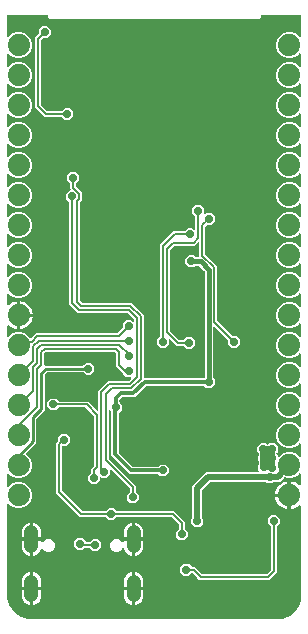
<source format=gbr>
G04 EAGLE Gerber RS-274X export*
G75*
%MOMM*%
%FSLAX34Y34*%
%LPD*%
%INBottom Copper*%
%IPPOS*%
%AMOC8*
5,1,8,0,0,1.08239X$1,22.5*%
G01*
%ADD10C,1.158000*%
%ADD11C,1.879600*%
%ADD12C,0.706400*%
%ADD13C,0.200000*%
%ADD14C,0.508000*%
%ADD15C,0.304800*%
%ADD16C,0.406400*%
%ADD17C,0.254000*%

G36*
X19686Y1363D02*
X19686Y1363D01*
X19782Y1379D01*
X19812Y1382D01*
X21858Y1382D01*
X21879Y1385D01*
X21926Y1385D01*
X22805Y1465D01*
X22813Y1462D01*
X22864Y1432D01*
X22927Y1419D01*
X22987Y1396D01*
X23081Y1387D01*
X23103Y1382D01*
X23114Y1384D01*
X23134Y1382D01*
X228797Y1382D01*
X228875Y1394D01*
X228953Y1398D01*
X228994Y1414D01*
X229038Y1421D01*
X229061Y1434D01*
X230043Y1383D01*
X230056Y1384D01*
X230081Y1382D01*
X230260Y1382D01*
X230271Y1384D01*
X230292Y1382D01*
X233406Y1517D01*
X233439Y1524D01*
X233472Y1523D01*
X233616Y1556D01*
X235352Y2148D01*
X237551Y2897D01*
X239673Y3620D01*
X239734Y3652D01*
X239798Y3676D01*
X239867Y3724D01*
X239888Y3735D01*
X239898Y3745D01*
X239919Y3760D01*
X244778Y7925D01*
X244823Y7978D01*
X244874Y8023D01*
X244920Y8094D01*
X244935Y8112D01*
X244940Y8125D01*
X244955Y8147D01*
X247921Y13818D01*
X247931Y13849D01*
X247949Y13877D01*
X247992Y14019D01*
X248604Y17090D01*
X248604Y17091D01*
X248618Y17237D01*
X248618Y96926D01*
X248606Y96998D01*
X248604Y97071D01*
X248587Y97118D01*
X248579Y97166D01*
X248544Y97231D01*
X248518Y97300D01*
X248487Y97338D01*
X248464Y97381D01*
X248410Y97432D01*
X248363Y97489D01*
X248321Y97515D01*
X248286Y97548D01*
X248219Y97579D01*
X248156Y97618D01*
X248108Y97629D01*
X248063Y97649D01*
X247990Y97656D01*
X247919Y97673D01*
X247870Y97668D01*
X247820Y97673D01*
X247749Y97657D01*
X247676Y97649D01*
X247631Y97629D01*
X247583Y97618D01*
X247520Y97579D01*
X247453Y97549D01*
X247397Y97502D01*
X247375Y97489D01*
X247365Y97476D01*
X247339Y97455D01*
X246778Y96894D01*
X245257Y95789D01*
X243583Y94936D01*
X241796Y94355D01*
X240499Y94150D01*
X240499Y105250D01*
X240495Y105274D01*
X240498Y105298D01*
X240475Y105394D01*
X240459Y105491D01*
X240448Y105512D01*
X240442Y105536D01*
X240391Y105619D01*
X240344Y105706D01*
X240327Y105723D01*
X240314Y105743D01*
X240238Y105806D01*
X240166Y105873D01*
X240144Y105883D01*
X240125Y105898D01*
X240034Y105933D01*
X239944Y105973D01*
X239920Y105976D01*
X239897Y105985D01*
X239750Y105999D01*
X238999Y105999D01*
X238999Y106001D01*
X239750Y106001D01*
X239774Y106005D01*
X239798Y106002D01*
X239894Y106025D01*
X239991Y106041D01*
X240012Y106052D01*
X240036Y106058D01*
X240120Y106109D01*
X240206Y106156D01*
X240223Y106173D01*
X240243Y106186D01*
X240306Y106262D01*
X240373Y106334D01*
X240383Y106356D01*
X240398Y106375D01*
X240433Y106467D01*
X240474Y106556D01*
X240476Y106580D01*
X240485Y106603D01*
X240499Y106750D01*
X240499Y117850D01*
X241796Y117645D01*
X243583Y117064D01*
X245257Y116211D01*
X246778Y115106D01*
X247339Y114545D01*
X247399Y114502D01*
X247453Y114452D01*
X247497Y114431D01*
X247538Y114403D01*
X247608Y114381D01*
X247675Y114351D01*
X247724Y114346D01*
X247771Y114332D01*
X247844Y114334D01*
X247918Y114327D01*
X247966Y114338D01*
X248015Y114340D01*
X248084Y114365D01*
X248155Y114382D01*
X248197Y114408D01*
X248243Y114425D01*
X248300Y114472D01*
X248363Y114511D01*
X248394Y114549D01*
X248432Y114580D01*
X248471Y114642D01*
X248518Y114699D01*
X248535Y114745D01*
X248561Y114787D01*
X248578Y114859D01*
X248604Y114928D01*
X248611Y115001D01*
X248617Y115025D01*
X248615Y115041D01*
X248618Y115074D01*
X248618Y123762D01*
X248606Y123835D01*
X248604Y123908D01*
X248587Y123954D01*
X248579Y124003D01*
X248544Y124068D01*
X248518Y124137D01*
X248487Y124175D01*
X248464Y124218D01*
X248410Y124269D01*
X248363Y124325D01*
X248321Y124351D01*
X248286Y124385D01*
X248219Y124416D01*
X248156Y124454D01*
X248108Y124466D01*
X248063Y124486D01*
X247990Y124493D01*
X247919Y124510D01*
X247870Y124505D01*
X247820Y124510D01*
X247749Y124493D01*
X247676Y124486D01*
X247631Y124466D01*
X247583Y124455D01*
X247520Y124416D01*
X247453Y124386D01*
X247397Y124339D01*
X247375Y124326D01*
X247365Y124313D01*
X247339Y124292D01*
X245187Y122140D01*
X241173Y120477D01*
X236827Y120477D01*
X235167Y121165D01*
X235048Y121193D01*
X234930Y121220D01*
X234798Y121207D01*
X234687Y121197D01*
X234687Y121196D01*
X234558Y121138D01*
X234465Y121096D01*
X234464Y121095D01*
X234351Y121002D01*
X230884Y117535D01*
X225897Y117535D01*
X225801Y117519D01*
X225704Y117510D01*
X225681Y117500D01*
X225656Y117496D01*
X225570Y117450D01*
X225481Y117409D01*
X225456Y117388D01*
X225441Y117381D01*
X225424Y117362D01*
X225367Y117316D01*
X224595Y116543D01*
X220405Y116543D01*
X219633Y117316D01*
X219553Y117373D01*
X219478Y117435D01*
X219455Y117443D01*
X219435Y117458D01*
X219341Y117486D01*
X219250Y117521D01*
X219217Y117524D01*
X219201Y117529D01*
X219176Y117528D01*
X219103Y117535D01*
X172594Y117535D01*
X172498Y117519D01*
X172401Y117510D01*
X172378Y117500D01*
X172353Y117496D01*
X172267Y117450D01*
X172178Y117409D01*
X172153Y117388D01*
X172138Y117381D01*
X172121Y117362D01*
X172064Y117316D01*
X165284Y110536D01*
X165227Y110456D01*
X165218Y110445D01*
X165191Y110416D01*
X165187Y110408D01*
X165165Y110381D01*
X165157Y110358D01*
X165142Y110337D01*
X165115Y110249D01*
X165090Y110194D01*
X165089Y110178D01*
X165079Y110153D01*
X165076Y110120D01*
X165071Y110104D01*
X165072Y110079D01*
X165065Y110006D01*
X165065Y87397D01*
X165081Y87301D01*
X165090Y87204D01*
X165100Y87181D01*
X165104Y87156D01*
X165150Y87070D01*
X165191Y86981D01*
X165212Y86956D01*
X165219Y86941D01*
X165238Y86924D01*
X165284Y86867D01*
X166057Y86095D01*
X166057Y81905D01*
X163095Y78943D01*
X158905Y78943D01*
X155943Y81905D01*
X155943Y86095D01*
X156716Y86867D01*
X156773Y86947D01*
X156835Y87022D01*
X156843Y87045D01*
X156858Y87065D01*
X156886Y87159D01*
X156921Y87250D01*
X156924Y87283D01*
X156929Y87299D01*
X156928Y87324D01*
X156935Y87397D01*
X156935Y113684D01*
X168916Y125665D01*
X212575Y125665D01*
X212648Y125677D01*
X212721Y125679D01*
X212767Y125696D01*
X212816Y125704D01*
X212881Y125739D01*
X212949Y125765D01*
X212988Y125796D01*
X213031Y125819D01*
X213081Y125873D01*
X213138Y125920D01*
X213164Y125962D01*
X213198Y125997D01*
X213228Y126064D01*
X213267Y126127D01*
X213278Y126175D01*
X213299Y126220D01*
X213306Y126293D01*
X213323Y126364D01*
X213318Y126413D01*
X213323Y126463D01*
X213306Y126534D01*
X213299Y126607D01*
X213279Y126652D01*
X213268Y126700D01*
X213229Y126763D01*
X213199Y126830D01*
X213152Y126886D01*
X213139Y126908D01*
X213126Y126918D01*
X213105Y126944D01*
X212543Y127505D01*
X212543Y131695D01*
X213032Y132183D01*
X213089Y132263D01*
X213151Y132338D01*
X213159Y132361D01*
X213174Y132381D01*
X213202Y132475D01*
X213237Y132566D01*
X213240Y132599D01*
X213245Y132615D01*
X213244Y132640D01*
X213251Y132713D01*
X213251Y134187D01*
X213235Y134283D01*
X213226Y134380D01*
X213216Y134403D01*
X213212Y134428D01*
X213166Y134514D01*
X213125Y134603D01*
X213104Y134628D01*
X213097Y134643D01*
X213078Y134660D01*
X213032Y134717D01*
X212343Y135405D01*
X212343Y139595D01*
X213032Y140283D01*
X213089Y140363D01*
X213151Y140438D01*
X213159Y140461D01*
X213174Y140481D01*
X213202Y140575D01*
X213237Y140666D01*
X213240Y140699D01*
X213245Y140715D01*
X213244Y140740D01*
X213251Y140813D01*
X213251Y141387D01*
X213235Y141483D01*
X213226Y141580D01*
X213216Y141603D01*
X213212Y141628D01*
X213166Y141714D01*
X213125Y141803D01*
X213104Y141828D01*
X213097Y141843D01*
X213078Y141860D01*
X213032Y141917D01*
X212043Y142905D01*
X212043Y147095D01*
X215005Y150057D01*
X219195Y150057D01*
X220183Y149068D01*
X220263Y149011D01*
X220338Y148949D01*
X220361Y148941D01*
X220381Y148926D01*
X220475Y148898D01*
X220566Y148863D01*
X220599Y148860D01*
X220615Y148855D01*
X220640Y148856D01*
X220713Y148849D01*
X220787Y148849D01*
X220883Y148865D01*
X220980Y148874D01*
X221003Y148884D01*
X221028Y148888D01*
X221114Y148934D01*
X221203Y148975D01*
X221228Y148996D01*
X221243Y149003D01*
X221260Y149022D01*
X221317Y149068D01*
X222405Y150157D01*
X226595Y150157D01*
X229557Y147195D01*
X229557Y143005D01*
X228281Y141730D01*
X228267Y141710D01*
X228248Y141694D01*
X228196Y141611D01*
X228139Y141531D01*
X228132Y141508D01*
X228119Y141487D01*
X228097Y141392D01*
X228068Y141298D01*
X228069Y141274D01*
X228063Y141250D01*
X228073Y141152D01*
X228076Y141054D01*
X228085Y141031D01*
X228087Y141007D01*
X228127Y140918D01*
X228162Y140826D01*
X228177Y140807D01*
X228187Y140784D01*
X228281Y140670D01*
X229660Y139291D01*
X229669Y139240D01*
X229671Y139167D01*
X229688Y139121D01*
X229696Y139072D01*
X229731Y139007D01*
X229757Y138938D01*
X229788Y138900D01*
X229811Y138857D01*
X229865Y138806D01*
X229912Y138750D01*
X229954Y138724D01*
X229989Y138690D01*
X230056Y138659D01*
X230119Y138621D01*
X230167Y138609D01*
X230212Y138589D01*
X230285Y138582D01*
X230356Y138565D01*
X230405Y138570D01*
X230455Y138565D01*
X230526Y138582D01*
X230599Y138589D01*
X230644Y138609D01*
X230692Y138620D01*
X230755Y138659D01*
X230822Y138689D01*
X230878Y138736D01*
X230900Y138749D01*
X230910Y138762D01*
X230936Y138783D01*
X232813Y140660D01*
X236827Y142323D01*
X241173Y142323D01*
X245187Y140660D01*
X247339Y138508D01*
X247399Y138465D01*
X247453Y138415D01*
X247497Y138394D01*
X247538Y138366D01*
X247608Y138344D01*
X247675Y138314D01*
X247724Y138309D01*
X247771Y138295D01*
X247844Y138297D01*
X247918Y138290D01*
X247966Y138301D01*
X248015Y138303D01*
X248084Y138329D01*
X248155Y138345D01*
X248197Y138371D01*
X248243Y138389D01*
X248300Y138435D01*
X248363Y138474D01*
X248394Y138512D01*
X248432Y138543D01*
X248471Y138606D01*
X248518Y138662D01*
X248535Y138708D01*
X248561Y138750D01*
X248578Y138822D01*
X248604Y138891D01*
X248611Y138964D01*
X248617Y138988D01*
X248615Y139005D01*
X248618Y139038D01*
X248618Y149162D01*
X248606Y149235D01*
X248604Y149308D01*
X248587Y149354D01*
X248579Y149403D01*
X248544Y149468D01*
X248518Y149537D01*
X248487Y149575D01*
X248464Y149618D01*
X248410Y149669D01*
X248363Y149725D01*
X248321Y149751D01*
X248286Y149785D01*
X248219Y149816D01*
X248156Y149854D01*
X248108Y149866D01*
X248063Y149886D01*
X247990Y149893D01*
X247919Y149910D01*
X247870Y149905D01*
X247820Y149910D01*
X247749Y149893D01*
X247676Y149886D01*
X247631Y149866D01*
X247583Y149855D01*
X247520Y149816D01*
X247453Y149786D01*
X247397Y149739D01*
X247375Y149726D01*
X247365Y149713D01*
X247339Y149692D01*
X245187Y147540D01*
X241173Y145877D01*
X236827Y145877D01*
X232813Y147540D01*
X229740Y150613D01*
X228077Y154627D01*
X228077Y158973D01*
X229740Y162987D01*
X232813Y166060D01*
X236827Y167723D01*
X241173Y167723D01*
X245187Y166060D01*
X247339Y163908D01*
X247399Y163865D01*
X247453Y163815D01*
X247497Y163794D01*
X247538Y163766D01*
X247608Y163744D01*
X247675Y163714D01*
X247724Y163709D01*
X247771Y163695D01*
X247844Y163697D01*
X247918Y163690D01*
X247966Y163701D01*
X248015Y163703D01*
X248084Y163729D01*
X248155Y163745D01*
X248197Y163771D01*
X248243Y163789D01*
X248300Y163835D01*
X248363Y163874D01*
X248394Y163912D01*
X248432Y163943D01*
X248471Y164006D01*
X248518Y164062D01*
X248535Y164108D01*
X248561Y164150D01*
X248578Y164222D01*
X248604Y164291D01*
X248611Y164364D01*
X248617Y164388D01*
X248615Y164405D01*
X248618Y164438D01*
X248618Y174562D01*
X248606Y174635D01*
X248604Y174708D01*
X248587Y174754D01*
X248579Y174803D01*
X248544Y174868D01*
X248518Y174937D01*
X248487Y174975D01*
X248464Y175018D01*
X248410Y175069D01*
X248363Y175125D01*
X248321Y175151D01*
X248286Y175185D01*
X248219Y175216D01*
X248156Y175254D01*
X248108Y175266D01*
X248063Y175286D01*
X247990Y175293D01*
X247919Y175310D01*
X247870Y175305D01*
X247820Y175310D01*
X247749Y175293D01*
X247676Y175286D01*
X247631Y175266D01*
X247583Y175255D01*
X247520Y175216D01*
X247453Y175186D01*
X247397Y175139D01*
X247375Y175126D01*
X247365Y175113D01*
X247339Y175092D01*
X245187Y172940D01*
X241173Y171277D01*
X236827Y171277D01*
X232813Y172940D01*
X229740Y176013D01*
X228077Y180027D01*
X228077Y184373D01*
X229740Y188387D01*
X232813Y191460D01*
X236827Y193123D01*
X241173Y193123D01*
X245187Y191460D01*
X247339Y189308D01*
X247399Y189265D01*
X247453Y189215D01*
X247497Y189194D01*
X247538Y189166D01*
X247608Y189144D01*
X247675Y189114D01*
X247724Y189109D01*
X247771Y189095D01*
X247844Y189097D01*
X247918Y189090D01*
X247966Y189101D01*
X248015Y189103D01*
X248084Y189129D01*
X248155Y189145D01*
X248197Y189171D01*
X248243Y189189D01*
X248300Y189235D01*
X248363Y189274D01*
X248394Y189312D01*
X248432Y189343D01*
X248471Y189406D01*
X248518Y189462D01*
X248535Y189508D01*
X248561Y189550D01*
X248578Y189622D01*
X248604Y189691D01*
X248611Y189764D01*
X248617Y189788D01*
X248615Y189805D01*
X248618Y189838D01*
X248618Y199962D01*
X248606Y200035D01*
X248604Y200108D01*
X248587Y200154D01*
X248579Y200203D01*
X248544Y200268D01*
X248518Y200337D01*
X248487Y200375D01*
X248464Y200418D01*
X248410Y200469D01*
X248363Y200525D01*
X248321Y200551D01*
X248286Y200585D01*
X248219Y200616D01*
X248156Y200654D01*
X248108Y200666D01*
X248063Y200686D01*
X247990Y200693D01*
X247919Y200710D01*
X247870Y200705D01*
X247820Y200710D01*
X247749Y200693D01*
X247676Y200686D01*
X247631Y200666D01*
X247583Y200655D01*
X247520Y200616D01*
X247453Y200586D01*
X247397Y200539D01*
X247375Y200526D01*
X247365Y200513D01*
X247339Y200492D01*
X245187Y198340D01*
X241173Y196677D01*
X236827Y196677D01*
X232813Y198340D01*
X229740Y201413D01*
X228077Y205427D01*
X228077Y209773D01*
X229740Y213787D01*
X232813Y216860D01*
X236827Y218523D01*
X241173Y218523D01*
X245187Y216860D01*
X247339Y214708D01*
X247399Y214665D01*
X247453Y214615D01*
X247497Y214594D01*
X247538Y214566D01*
X247608Y214544D01*
X247675Y214514D01*
X247724Y214509D01*
X247771Y214495D01*
X247844Y214497D01*
X247918Y214490D01*
X247966Y214501D01*
X248015Y214503D01*
X248084Y214529D01*
X248155Y214545D01*
X248197Y214571D01*
X248243Y214589D01*
X248300Y214635D01*
X248363Y214674D01*
X248394Y214712D01*
X248432Y214743D01*
X248471Y214806D01*
X248518Y214862D01*
X248535Y214908D01*
X248561Y214950D01*
X248578Y215022D01*
X248604Y215091D01*
X248611Y215164D01*
X248617Y215188D01*
X248615Y215205D01*
X248618Y215238D01*
X248618Y225362D01*
X248606Y225435D01*
X248604Y225508D01*
X248587Y225554D01*
X248579Y225603D01*
X248544Y225668D01*
X248518Y225737D01*
X248487Y225775D01*
X248464Y225818D01*
X248410Y225869D01*
X248363Y225925D01*
X248321Y225951D01*
X248286Y225985D01*
X248219Y226016D01*
X248156Y226054D01*
X248108Y226066D01*
X248063Y226086D01*
X247990Y226093D01*
X247919Y226110D01*
X247870Y226105D01*
X247820Y226110D01*
X247749Y226093D01*
X247676Y226086D01*
X247631Y226066D01*
X247583Y226055D01*
X247520Y226016D01*
X247453Y225986D01*
X247397Y225939D01*
X247375Y225926D01*
X247365Y225913D01*
X247339Y225892D01*
X245187Y223740D01*
X241173Y222077D01*
X236827Y222077D01*
X232813Y223740D01*
X229740Y226813D01*
X228077Y230827D01*
X228077Y235173D01*
X229740Y239187D01*
X232813Y242260D01*
X236827Y243923D01*
X241173Y243923D01*
X245187Y242260D01*
X247339Y240108D01*
X247399Y240065D01*
X247453Y240015D01*
X247497Y239994D01*
X247538Y239966D01*
X247608Y239944D01*
X247675Y239914D01*
X247724Y239909D01*
X247771Y239895D01*
X247844Y239897D01*
X247918Y239890D01*
X247966Y239901D01*
X248015Y239903D01*
X248084Y239929D01*
X248155Y239945D01*
X248197Y239971D01*
X248243Y239989D01*
X248300Y240035D01*
X248363Y240074D01*
X248394Y240112D01*
X248432Y240143D01*
X248471Y240206D01*
X248518Y240262D01*
X248535Y240308D01*
X248561Y240350D01*
X248578Y240422D01*
X248604Y240491D01*
X248611Y240564D01*
X248617Y240588D01*
X248615Y240605D01*
X248618Y240638D01*
X248618Y250762D01*
X248606Y250835D01*
X248604Y250908D01*
X248587Y250954D01*
X248579Y251003D01*
X248544Y251068D01*
X248518Y251137D01*
X248487Y251175D01*
X248464Y251218D01*
X248410Y251269D01*
X248363Y251325D01*
X248321Y251351D01*
X248286Y251385D01*
X248219Y251416D01*
X248156Y251454D01*
X248108Y251466D01*
X248063Y251486D01*
X247990Y251493D01*
X247919Y251510D01*
X247870Y251505D01*
X247820Y251510D01*
X247749Y251493D01*
X247676Y251486D01*
X247631Y251466D01*
X247583Y251455D01*
X247520Y251416D01*
X247453Y251386D01*
X247397Y251339D01*
X247375Y251326D01*
X247365Y251313D01*
X247339Y251292D01*
X245187Y249140D01*
X241173Y247477D01*
X236827Y247477D01*
X232813Y249140D01*
X229740Y252213D01*
X228077Y256227D01*
X228077Y260573D01*
X229740Y264587D01*
X232813Y267660D01*
X236827Y269323D01*
X241173Y269323D01*
X245187Y267660D01*
X247339Y265508D01*
X247399Y265465D01*
X247453Y265415D01*
X247497Y265394D01*
X247538Y265366D01*
X247608Y265344D01*
X247675Y265314D01*
X247724Y265309D01*
X247771Y265295D01*
X247844Y265297D01*
X247918Y265290D01*
X247966Y265301D01*
X248015Y265303D01*
X248084Y265329D01*
X248155Y265345D01*
X248197Y265371D01*
X248243Y265389D01*
X248300Y265435D01*
X248363Y265474D01*
X248394Y265512D01*
X248432Y265543D01*
X248471Y265606D01*
X248518Y265662D01*
X248535Y265708D01*
X248561Y265750D01*
X248578Y265822D01*
X248604Y265891D01*
X248611Y265964D01*
X248617Y265988D01*
X248615Y266005D01*
X248618Y266038D01*
X248618Y276162D01*
X248606Y276235D01*
X248604Y276308D01*
X248587Y276354D01*
X248579Y276403D01*
X248544Y276468D01*
X248518Y276537D01*
X248487Y276575D01*
X248464Y276618D01*
X248410Y276669D01*
X248363Y276725D01*
X248321Y276751D01*
X248286Y276785D01*
X248219Y276816D01*
X248156Y276854D01*
X248108Y276866D01*
X248063Y276886D01*
X247990Y276893D01*
X247919Y276910D01*
X247870Y276905D01*
X247820Y276910D01*
X247749Y276893D01*
X247676Y276886D01*
X247631Y276866D01*
X247583Y276855D01*
X247520Y276816D01*
X247453Y276786D01*
X247397Y276739D01*
X247375Y276726D01*
X247365Y276713D01*
X247339Y276692D01*
X245187Y274540D01*
X241173Y272877D01*
X236827Y272877D01*
X232813Y274540D01*
X229740Y277613D01*
X228077Y281627D01*
X228077Y285973D01*
X229740Y289987D01*
X232813Y293060D01*
X236827Y294723D01*
X241173Y294723D01*
X245187Y293060D01*
X247339Y290908D01*
X247399Y290865D01*
X247453Y290815D01*
X247497Y290794D01*
X247538Y290766D01*
X247608Y290744D01*
X247675Y290714D01*
X247724Y290709D01*
X247771Y290695D01*
X247844Y290697D01*
X247918Y290690D01*
X247966Y290701D01*
X248015Y290703D01*
X248084Y290729D01*
X248155Y290745D01*
X248197Y290771D01*
X248243Y290789D01*
X248300Y290835D01*
X248363Y290874D01*
X248394Y290912D01*
X248432Y290943D01*
X248471Y291006D01*
X248518Y291062D01*
X248535Y291108D01*
X248561Y291150D01*
X248578Y291222D01*
X248604Y291291D01*
X248611Y291364D01*
X248617Y291388D01*
X248615Y291405D01*
X248618Y291438D01*
X248618Y301562D01*
X248606Y301635D01*
X248604Y301708D01*
X248587Y301754D01*
X248579Y301803D01*
X248544Y301868D01*
X248518Y301937D01*
X248487Y301975D01*
X248464Y302018D01*
X248410Y302069D01*
X248363Y302125D01*
X248321Y302151D01*
X248286Y302185D01*
X248219Y302216D01*
X248156Y302254D01*
X248108Y302266D01*
X248063Y302286D01*
X247990Y302293D01*
X247919Y302310D01*
X247870Y302305D01*
X247820Y302310D01*
X247749Y302293D01*
X247676Y302286D01*
X247631Y302266D01*
X247583Y302255D01*
X247520Y302216D01*
X247453Y302186D01*
X247397Y302139D01*
X247375Y302126D01*
X247365Y302113D01*
X247339Y302092D01*
X245187Y299940D01*
X241173Y298277D01*
X236827Y298277D01*
X232813Y299940D01*
X229740Y303013D01*
X228077Y307027D01*
X228077Y311373D01*
X229740Y315387D01*
X232813Y318460D01*
X236827Y320123D01*
X241173Y320123D01*
X245187Y318460D01*
X247339Y316308D01*
X247399Y316265D01*
X247453Y316215D01*
X247497Y316194D01*
X247538Y316166D01*
X247608Y316144D01*
X247675Y316114D01*
X247724Y316109D01*
X247771Y316095D01*
X247844Y316097D01*
X247918Y316090D01*
X247966Y316101D01*
X248015Y316103D01*
X248084Y316129D01*
X248155Y316145D01*
X248197Y316171D01*
X248243Y316189D01*
X248300Y316235D01*
X248363Y316274D01*
X248394Y316312D01*
X248432Y316343D01*
X248471Y316406D01*
X248518Y316462D01*
X248535Y316508D01*
X248561Y316550D01*
X248578Y316622D01*
X248604Y316691D01*
X248611Y316764D01*
X248617Y316788D01*
X248615Y316805D01*
X248618Y316838D01*
X248618Y326962D01*
X248606Y327035D01*
X248604Y327108D01*
X248587Y327154D01*
X248579Y327203D01*
X248544Y327268D01*
X248518Y327337D01*
X248487Y327375D01*
X248464Y327418D01*
X248410Y327469D01*
X248363Y327525D01*
X248321Y327551D01*
X248286Y327585D01*
X248219Y327616D01*
X248156Y327654D01*
X248108Y327666D01*
X248063Y327686D01*
X247990Y327693D01*
X247919Y327710D01*
X247870Y327705D01*
X247820Y327710D01*
X247749Y327693D01*
X247676Y327686D01*
X247631Y327666D01*
X247583Y327655D01*
X247520Y327616D01*
X247453Y327586D01*
X247397Y327539D01*
X247375Y327526D01*
X247365Y327513D01*
X247339Y327492D01*
X245187Y325340D01*
X241173Y323677D01*
X236827Y323677D01*
X232813Y325340D01*
X229740Y328413D01*
X228077Y332427D01*
X228077Y336773D01*
X229740Y340787D01*
X232813Y343860D01*
X236827Y345523D01*
X241173Y345523D01*
X245187Y343860D01*
X247339Y341708D01*
X247399Y341665D01*
X247453Y341615D01*
X247497Y341594D01*
X247538Y341566D01*
X247608Y341544D01*
X247675Y341514D01*
X247724Y341509D01*
X247771Y341495D01*
X247844Y341497D01*
X247918Y341490D01*
X247966Y341501D01*
X248015Y341503D01*
X248084Y341529D01*
X248155Y341545D01*
X248197Y341571D01*
X248243Y341589D01*
X248300Y341635D01*
X248363Y341674D01*
X248394Y341712D01*
X248432Y341743D01*
X248471Y341806D01*
X248518Y341862D01*
X248535Y341908D01*
X248561Y341950D01*
X248578Y342022D01*
X248604Y342091D01*
X248611Y342164D01*
X248617Y342188D01*
X248615Y342205D01*
X248618Y342238D01*
X248618Y352362D01*
X248606Y352435D01*
X248604Y352508D01*
X248587Y352554D01*
X248579Y352603D01*
X248544Y352668D01*
X248518Y352737D01*
X248487Y352775D01*
X248464Y352818D01*
X248410Y352869D01*
X248363Y352925D01*
X248321Y352951D01*
X248286Y352985D01*
X248219Y353016D01*
X248156Y353054D01*
X248108Y353066D01*
X248063Y353086D01*
X247990Y353093D01*
X247919Y353110D01*
X247870Y353105D01*
X247820Y353110D01*
X247749Y353093D01*
X247676Y353086D01*
X247631Y353066D01*
X247583Y353055D01*
X247520Y353016D01*
X247453Y352986D01*
X247397Y352939D01*
X247375Y352926D01*
X247365Y352913D01*
X247339Y352892D01*
X245187Y350740D01*
X241173Y349077D01*
X236827Y349077D01*
X232813Y350740D01*
X229740Y353813D01*
X228077Y357827D01*
X228077Y362173D01*
X229740Y366187D01*
X232813Y369260D01*
X236827Y370923D01*
X241173Y370923D01*
X245187Y369260D01*
X247339Y367108D01*
X247399Y367065D01*
X247453Y367015D01*
X247497Y366994D01*
X247538Y366966D01*
X247608Y366944D01*
X247675Y366914D01*
X247724Y366909D01*
X247771Y366895D01*
X247844Y366897D01*
X247918Y366890D01*
X247966Y366901D01*
X248015Y366903D01*
X248084Y366929D01*
X248155Y366945D01*
X248197Y366971D01*
X248243Y366989D01*
X248300Y367035D01*
X248363Y367074D01*
X248394Y367112D01*
X248432Y367143D01*
X248471Y367206D01*
X248518Y367262D01*
X248535Y367308D01*
X248561Y367350D01*
X248578Y367422D01*
X248604Y367491D01*
X248611Y367564D01*
X248617Y367588D01*
X248615Y367605D01*
X248618Y367638D01*
X248618Y377762D01*
X248606Y377835D01*
X248604Y377908D01*
X248587Y377954D01*
X248579Y378003D01*
X248544Y378068D01*
X248518Y378137D01*
X248487Y378175D01*
X248464Y378218D01*
X248410Y378269D01*
X248363Y378325D01*
X248321Y378351D01*
X248286Y378385D01*
X248219Y378416D01*
X248156Y378454D01*
X248108Y378466D01*
X248063Y378486D01*
X247990Y378493D01*
X247919Y378510D01*
X247870Y378505D01*
X247820Y378510D01*
X247749Y378493D01*
X247676Y378486D01*
X247631Y378466D01*
X247583Y378455D01*
X247520Y378416D01*
X247453Y378386D01*
X247397Y378339D01*
X247375Y378326D01*
X247365Y378313D01*
X247339Y378292D01*
X245187Y376140D01*
X241173Y374477D01*
X236827Y374477D01*
X232813Y376140D01*
X229740Y379213D01*
X228077Y383227D01*
X228077Y387573D01*
X229740Y391587D01*
X232813Y394660D01*
X236827Y396323D01*
X241173Y396323D01*
X245187Y394660D01*
X247339Y392508D01*
X247399Y392465D01*
X247453Y392415D01*
X247497Y392394D01*
X247538Y392366D01*
X247608Y392344D01*
X247675Y392314D01*
X247724Y392309D01*
X247771Y392295D01*
X247844Y392297D01*
X247918Y392290D01*
X247966Y392301D01*
X248015Y392303D01*
X248084Y392329D01*
X248155Y392345D01*
X248197Y392371D01*
X248243Y392389D01*
X248300Y392435D01*
X248363Y392474D01*
X248394Y392512D01*
X248432Y392543D01*
X248471Y392606D01*
X248518Y392662D01*
X248535Y392708D01*
X248561Y392750D01*
X248578Y392822D01*
X248604Y392891D01*
X248611Y392964D01*
X248617Y392988D01*
X248615Y393005D01*
X248618Y393038D01*
X248618Y403162D01*
X248606Y403235D01*
X248604Y403308D01*
X248587Y403354D01*
X248579Y403403D01*
X248544Y403468D01*
X248518Y403537D01*
X248487Y403575D01*
X248464Y403618D01*
X248410Y403669D01*
X248363Y403725D01*
X248321Y403751D01*
X248286Y403785D01*
X248219Y403816D01*
X248156Y403854D01*
X248108Y403866D01*
X248063Y403886D01*
X247990Y403893D01*
X247919Y403910D01*
X247870Y403905D01*
X247820Y403910D01*
X247749Y403893D01*
X247676Y403886D01*
X247631Y403866D01*
X247583Y403855D01*
X247520Y403816D01*
X247453Y403786D01*
X247397Y403739D01*
X247375Y403726D01*
X247365Y403713D01*
X247339Y403692D01*
X245187Y401540D01*
X241173Y399877D01*
X236827Y399877D01*
X232813Y401540D01*
X229740Y404613D01*
X228077Y408627D01*
X228077Y412973D01*
X229740Y416987D01*
X232813Y420060D01*
X236827Y421723D01*
X241173Y421723D01*
X245187Y420060D01*
X247339Y417908D01*
X247399Y417865D01*
X247453Y417815D01*
X247497Y417794D01*
X247538Y417766D01*
X247608Y417744D01*
X247675Y417714D01*
X247724Y417709D01*
X247771Y417695D01*
X247844Y417697D01*
X247918Y417690D01*
X247966Y417701D01*
X248015Y417703D01*
X248084Y417729D01*
X248155Y417745D01*
X248197Y417771D01*
X248243Y417789D01*
X248300Y417835D01*
X248363Y417874D01*
X248394Y417912D01*
X248432Y417943D01*
X248471Y418006D01*
X248518Y418062D01*
X248535Y418108D01*
X248561Y418150D01*
X248578Y418222D01*
X248604Y418291D01*
X248611Y418364D01*
X248617Y418388D01*
X248615Y418405D01*
X248618Y418438D01*
X248618Y428562D01*
X248606Y428635D01*
X248604Y428708D01*
X248587Y428754D01*
X248579Y428803D01*
X248544Y428868D01*
X248518Y428937D01*
X248487Y428975D01*
X248464Y429018D01*
X248410Y429069D01*
X248363Y429125D01*
X248321Y429151D01*
X248286Y429185D01*
X248219Y429216D01*
X248156Y429254D01*
X248108Y429266D01*
X248063Y429286D01*
X247990Y429293D01*
X247919Y429310D01*
X247870Y429305D01*
X247820Y429310D01*
X247749Y429293D01*
X247676Y429286D01*
X247631Y429266D01*
X247583Y429255D01*
X247520Y429216D01*
X247453Y429186D01*
X247397Y429139D01*
X247375Y429126D01*
X247365Y429113D01*
X247339Y429092D01*
X245187Y426940D01*
X241173Y425277D01*
X236827Y425277D01*
X232813Y426940D01*
X229740Y430013D01*
X228077Y434027D01*
X228077Y438373D01*
X229740Y442387D01*
X232813Y445460D01*
X236827Y447123D01*
X241173Y447123D01*
X245187Y445460D01*
X247339Y443308D01*
X247399Y443265D01*
X247453Y443215D01*
X247497Y443194D01*
X247538Y443166D01*
X247608Y443144D01*
X247675Y443114D01*
X247724Y443109D01*
X247771Y443095D01*
X247844Y443097D01*
X247918Y443090D01*
X247966Y443101D01*
X248015Y443103D01*
X248084Y443129D01*
X248155Y443145D01*
X248197Y443171D01*
X248243Y443189D01*
X248300Y443235D01*
X248363Y443274D01*
X248394Y443312D01*
X248432Y443343D01*
X248471Y443406D01*
X248518Y443462D01*
X248535Y443508D01*
X248561Y443550D01*
X248578Y443622D01*
X248604Y443691D01*
X248611Y443764D01*
X248617Y443788D01*
X248615Y443805D01*
X248618Y443838D01*
X248618Y453962D01*
X248606Y454035D01*
X248604Y454108D01*
X248587Y454154D01*
X248579Y454203D01*
X248544Y454268D01*
X248518Y454337D01*
X248487Y454375D01*
X248464Y454418D01*
X248410Y454469D01*
X248363Y454525D01*
X248321Y454551D01*
X248286Y454585D01*
X248219Y454616D01*
X248156Y454654D01*
X248108Y454666D01*
X248063Y454686D01*
X247990Y454693D01*
X247919Y454710D01*
X247870Y454705D01*
X247820Y454710D01*
X247749Y454693D01*
X247676Y454686D01*
X247631Y454666D01*
X247583Y454655D01*
X247520Y454616D01*
X247453Y454586D01*
X247397Y454539D01*
X247375Y454526D01*
X247365Y454513D01*
X247339Y454492D01*
X245187Y452340D01*
X241173Y450677D01*
X236827Y450677D01*
X232813Y452340D01*
X229740Y455413D01*
X228077Y459427D01*
X228077Y463773D01*
X229740Y467787D01*
X232813Y470860D01*
X236827Y472523D01*
X241173Y472523D01*
X245187Y470860D01*
X247339Y468708D01*
X247399Y468665D01*
X247453Y468615D01*
X247497Y468594D01*
X247538Y468566D01*
X247608Y468544D01*
X247675Y468514D01*
X247724Y468509D01*
X247771Y468495D01*
X247844Y468497D01*
X247918Y468490D01*
X247966Y468501D01*
X248015Y468503D01*
X248084Y468529D01*
X248155Y468545D01*
X248197Y468571D01*
X248243Y468589D01*
X248300Y468635D01*
X248363Y468674D01*
X248394Y468712D01*
X248432Y468743D01*
X248471Y468806D01*
X248518Y468862D01*
X248535Y468908D01*
X248561Y468950D01*
X248578Y469022D01*
X248604Y469091D01*
X248611Y469164D01*
X248617Y469188D01*
X248615Y469205D01*
X248618Y469238D01*
X248618Y479362D01*
X248606Y479435D01*
X248604Y479508D01*
X248587Y479554D01*
X248579Y479603D01*
X248544Y479668D01*
X248518Y479737D01*
X248487Y479775D01*
X248464Y479818D01*
X248410Y479869D01*
X248363Y479925D01*
X248321Y479951D01*
X248286Y479985D01*
X248219Y480016D01*
X248156Y480054D01*
X248108Y480066D01*
X248063Y480086D01*
X247990Y480093D01*
X247919Y480110D01*
X247870Y480105D01*
X247820Y480110D01*
X247749Y480093D01*
X247676Y480086D01*
X247631Y480066D01*
X247583Y480055D01*
X247520Y480016D01*
X247453Y479986D01*
X247397Y479939D01*
X247375Y479926D01*
X247365Y479913D01*
X247339Y479892D01*
X245187Y477740D01*
X241173Y476077D01*
X236827Y476077D01*
X232813Y477740D01*
X229740Y480813D01*
X228077Y484827D01*
X228077Y489173D01*
X229740Y493187D01*
X232813Y496260D01*
X236827Y497923D01*
X241173Y497923D01*
X245187Y496260D01*
X247339Y494108D01*
X247399Y494065D01*
X247453Y494015D01*
X247497Y493994D01*
X247538Y493966D01*
X247608Y493944D01*
X247675Y493914D01*
X247724Y493909D01*
X247771Y493895D01*
X247844Y493897D01*
X247918Y493890D01*
X247966Y493901D01*
X248015Y493903D01*
X248084Y493929D01*
X248155Y493945D01*
X248197Y493971D01*
X248243Y493989D01*
X248300Y494035D01*
X248363Y494074D01*
X248394Y494112D01*
X248432Y494143D01*
X248471Y494206D01*
X248518Y494262D01*
X248535Y494308D01*
X248561Y494350D01*
X248578Y494422D01*
X248604Y494491D01*
X248611Y494564D01*
X248617Y494588D01*
X248615Y494605D01*
X248618Y494638D01*
X248618Y512000D01*
X248614Y512024D01*
X248617Y512049D01*
X248595Y512144D01*
X248579Y512241D01*
X248567Y512262D01*
X248561Y512286D01*
X248510Y512370D01*
X248464Y512456D01*
X248446Y512473D01*
X248433Y512494D01*
X248357Y512556D01*
X248286Y512623D01*
X248263Y512633D01*
X248244Y512649D01*
X248153Y512683D01*
X248063Y512724D01*
X248039Y512726D01*
X248016Y512735D01*
X247869Y512749D01*
X216131Y512749D01*
X216107Y512745D01*
X216082Y512748D01*
X215987Y512726D01*
X215890Y512710D01*
X215869Y512698D01*
X215845Y512692D01*
X215761Y512641D01*
X215675Y512595D01*
X215658Y512577D01*
X215637Y512564D01*
X215575Y512488D01*
X215508Y512417D01*
X215498Y512394D01*
X215482Y512375D01*
X215448Y512284D01*
X215407Y512194D01*
X215405Y512170D01*
X215396Y512147D01*
X215382Y512000D01*
X215382Y511013D01*
X213987Y509618D01*
X36013Y509618D01*
X34618Y511013D01*
X34618Y512000D01*
X34614Y512024D01*
X34617Y512049D01*
X34595Y512144D01*
X34579Y512241D01*
X34567Y512262D01*
X34561Y512286D01*
X34510Y512370D01*
X34464Y512456D01*
X34446Y512473D01*
X34433Y512494D01*
X34357Y512556D01*
X34286Y512623D01*
X34263Y512633D01*
X34244Y512649D01*
X34153Y512683D01*
X34063Y512724D01*
X34039Y512726D01*
X34016Y512735D01*
X33869Y512749D01*
X1131Y512749D01*
X1107Y512745D01*
X1082Y512748D01*
X987Y512725D01*
X890Y512710D01*
X869Y512698D01*
X845Y512692D01*
X761Y512641D01*
X675Y512595D01*
X658Y512577D01*
X637Y512564D01*
X575Y512488D01*
X508Y512416D01*
X498Y512394D01*
X482Y512375D01*
X448Y512284D01*
X407Y512194D01*
X405Y512170D01*
X396Y512147D01*
X382Y512000D01*
X382Y494638D01*
X394Y494565D01*
X396Y494492D01*
X413Y494446D01*
X421Y494397D01*
X456Y494332D01*
X482Y494263D01*
X513Y494225D01*
X536Y494182D01*
X590Y494131D01*
X637Y494075D01*
X679Y494049D01*
X714Y494015D01*
X781Y493984D01*
X844Y493946D01*
X892Y493934D01*
X937Y493914D01*
X1010Y493907D01*
X1081Y493890D01*
X1130Y493895D01*
X1180Y493890D01*
X1251Y493907D01*
X1324Y493914D01*
X1369Y493934D01*
X1417Y493945D01*
X1480Y493984D01*
X1547Y494014D01*
X1603Y494061D01*
X1625Y494074D01*
X1635Y494087D01*
X1661Y494108D01*
X3813Y496260D01*
X7827Y497923D01*
X12173Y497923D01*
X16187Y496260D01*
X19260Y493187D01*
X20923Y489173D01*
X20923Y484827D01*
X19260Y480813D01*
X16187Y477740D01*
X12173Y476077D01*
X7827Y476077D01*
X3813Y477740D01*
X1661Y479892D01*
X1601Y479935D01*
X1547Y479985D01*
X1503Y480006D01*
X1462Y480034D01*
X1392Y480056D01*
X1325Y480086D01*
X1276Y480091D01*
X1229Y480105D01*
X1156Y480103D01*
X1082Y480110D01*
X1034Y480099D01*
X985Y480097D01*
X916Y480071D01*
X845Y480055D01*
X803Y480029D01*
X757Y480011D01*
X700Y479965D01*
X637Y479926D01*
X606Y479888D01*
X568Y479857D01*
X529Y479794D01*
X482Y479738D01*
X465Y479692D01*
X439Y479650D01*
X422Y479578D01*
X396Y479509D01*
X389Y479436D01*
X383Y479412D01*
X385Y479395D01*
X382Y479362D01*
X382Y469238D01*
X394Y469165D01*
X396Y469092D01*
X413Y469046D01*
X421Y468997D01*
X456Y468932D01*
X482Y468863D01*
X513Y468825D01*
X536Y468782D01*
X590Y468731D01*
X637Y468675D01*
X679Y468649D01*
X714Y468615D01*
X781Y468584D01*
X844Y468546D01*
X892Y468534D01*
X937Y468514D01*
X1010Y468507D01*
X1081Y468490D01*
X1130Y468495D01*
X1180Y468490D01*
X1251Y468507D01*
X1324Y468514D01*
X1369Y468534D01*
X1417Y468545D01*
X1480Y468584D01*
X1547Y468614D01*
X1603Y468661D01*
X1625Y468674D01*
X1635Y468687D01*
X1661Y468708D01*
X3813Y470860D01*
X7827Y472523D01*
X12173Y472523D01*
X16187Y470860D01*
X19260Y467787D01*
X20923Y463773D01*
X20923Y459427D01*
X19260Y455413D01*
X16187Y452340D01*
X12173Y450677D01*
X7827Y450677D01*
X3813Y452340D01*
X1661Y454492D01*
X1601Y454535D01*
X1547Y454585D01*
X1503Y454606D01*
X1462Y454634D01*
X1392Y454656D01*
X1325Y454686D01*
X1276Y454691D01*
X1229Y454705D01*
X1156Y454703D01*
X1082Y454710D01*
X1034Y454699D01*
X985Y454697D01*
X916Y454671D01*
X845Y454655D01*
X803Y454629D01*
X757Y454611D01*
X700Y454565D01*
X637Y454526D01*
X606Y454488D01*
X568Y454457D01*
X529Y454394D01*
X482Y454338D01*
X465Y454292D01*
X439Y454250D01*
X422Y454178D01*
X396Y454109D01*
X389Y454036D01*
X383Y454012D01*
X385Y453995D01*
X382Y453962D01*
X382Y443838D01*
X394Y443765D01*
X396Y443692D01*
X413Y443646D01*
X421Y443597D01*
X456Y443532D01*
X482Y443463D01*
X513Y443425D01*
X536Y443382D01*
X590Y443331D01*
X637Y443275D01*
X679Y443249D01*
X714Y443215D01*
X781Y443184D01*
X844Y443146D01*
X892Y443134D01*
X937Y443114D01*
X1010Y443107D01*
X1081Y443090D01*
X1130Y443095D01*
X1180Y443090D01*
X1251Y443107D01*
X1324Y443114D01*
X1369Y443134D01*
X1417Y443145D01*
X1480Y443184D01*
X1547Y443214D01*
X1603Y443261D01*
X1625Y443274D01*
X1635Y443287D01*
X1661Y443308D01*
X3813Y445460D01*
X7827Y447123D01*
X12173Y447123D01*
X16187Y445460D01*
X19260Y442387D01*
X20923Y438373D01*
X20923Y434027D01*
X19260Y430013D01*
X16187Y426940D01*
X12173Y425277D01*
X7827Y425277D01*
X3813Y426940D01*
X1661Y429092D01*
X1601Y429135D01*
X1547Y429185D01*
X1503Y429206D01*
X1462Y429234D01*
X1392Y429256D01*
X1325Y429286D01*
X1276Y429291D01*
X1229Y429305D01*
X1156Y429303D01*
X1082Y429310D01*
X1034Y429299D01*
X985Y429297D01*
X916Y429271D01*
X845Y429255D01*
X803Y429229D01*
X757Y429211D01*
X700Y429165D01*
X637Y429126D01*
X606Y429088D01*
X568Y429057D01*
X529Y428994D01*
X482Y428938D01*
X465Y428892D01*
X439Y428850D01*
X422Y428778D01*
X396Y428709D01*
X389Y428636D01*
X383Y428612D01*
X385Y428595D01*
X382Y428562D01*
X382Y418438D01*
X394Y418365D01*
X396Y418292D01*
X413Y418246D01*
X421Y418197D01*
X456Y418132D01*
X482Y418063D01*
X513Y418025D01*
X536Y417982D01*
X590Y417931D01*
X637Y417875D01*
X679Y417849D01*
X714Y417815D01*
X781Y417784D01*
X844Y417746D01*
X892Y417734D01*
X937Y417714D01*
X1010Y417707D01*
X1081Y417690D01*
X1130Y417695D01*
X1180Y417690D01*
X1251Y417707D01*
X1324Y417714D01*
X1369Y417734D01*
X1417Y417745D01*
X1480Y417784D01*
X1547Y417814D01*
X1603Y417861D01*
X1625Y417874D01*
X1635Y417887D01*
X1661Y417908D01*
X3813Y420060D01*
X7827Y421723D01*
X12173Y421723D01*
X16187Y420060D01*
X19260Y416987D01*
X20923Y412973D01*
X20923Y408627D01*
X19260Y404613D01*
X16187Y401540D01*
X12173Y399877D01*
X7827Y399877D01*
X3813Y401540D01*
X1661Y403692D01*
X1601Y403735D01*
X1547Y403785D01*
X1503Y403806D01*
X1462Y403834D01*
X1392Y403856D01*
X1325Y403886D01*
X1276Y403891D01*
X1229Y403905D01*
X1156Y403903D01*
X1082Y403910D01*
X1034Y403899D01*
X985Y403897D01*
X916Y403871D01*
X845Y403855D01*
X803Y403829D01*
X757Y403811D01*
X700Y403765D01*
X637Y403726D01*
X606Y403688D01*
X568Y403657D01*
X529Y403594D01*
X482Y403538D01*
X465Y403492D01*
X439Y403450D01*
X422Y403378D01*
X396Y403309D01*
X389Y403236D01*
X383Y403212D01*
X385Y403195D01*
X382Y403162D01*
X382Y393038D01*
X394Y392965D01*
X396Y392892D01*
X413Y392846D01*
X421Y392797D01*
X456Y392732D01*
X482Y392663D01*
X513Y392625D01*
X536Y392582D01*
X590Y392531D01*
X637Y392475D01*
X679Y392449D01*
X714Y392415D01*
X781Y392384D01*
X844Y392346D01*
X892Y392334D01*
X937Y392314D01*
X1010Y392307D01*
X1081Y392290D01*
X1130Y392295D01*
X1180Y392290D01*
X1251Y392307D01*
X1324Y392314D01*
X1369Y392334D01*
X1417Y392345D01*
X1480Y392384D01*
X1547Y392414D01*
X1603Y392461D01*
X1625Y392474D01*
X1635Y392487D01*
X1661Y392508D01*
X3813Y394660D01*
X7827Y396323D01*
X12173Y396323D01*
X16187Y394660D01*
X19260Y391587D01*
X20923Y387573D01*
X20923Y383227D01*
X19260Y379213D01*
X16187Y376140D01*
X12173Y374477D01*
X7827Y374477D01*
X3813Y376140D01*
X1661Y378292D01*
X1601Y378335D01*
X1547Y378385D01*
X1503Y378406D01*
X1462Y378434D01*
X1392Y378456D01*
X1325Y378486D01*
X1276Y378491D01*
X1229Y378505D01*
X1156Y378503D01*
X1082Y378510D01*
X1034Y378499D01*
X985Y378497D01*
X916Y378471D01*
X845Y378455D01*
X803Y378429D01*
X757Y378411D01*
X700Y378365D01*
X637Y378326D01*
X606Y378288D01*
X568Y378257D01*
X529Y378194D01*
X482Y378138D01*
X465Y378092D01*
X439Y378050D01*
X422Y377978D01*
X396Y377909D01*
X389Y377836D01*
X383Y377812D01*
X385Y377795D01*
X382Y377762D01*
X382Y367638D01*
X394Y367565D01*
X396Y367492D01*
X413Y367446D01*
X421Y367397D01*
X456Y367332D01*
X482Y367263D01*
X513Y367225D01*
X536Y367182D01*
X590Y367131D01*
X637Y367075D01*
X679Y367049D01*
X714Y367015D01*
X781Y366984D01*
X844Y366946D01*
X892Y366934D01*
X937Y366914D01*
X1010Y366907D01*
X1081Y366890D01*
X1130Y366895D01*
X1180Y366890D01*
X1251Y366907D01*
X1324Y366914D01*
X1369Y366934D01*
X1417Y366945D01*
X1480Y366984D01*
X1547Y367014D01*
X1603Y367061D01*
X1625Y367074D01*
X1635Y367087D01*
X1661Y367108D01*
X3813Y369260D01*
X7827Y370923D01*
X12173Y370923D01*
X16187Y369260D01*
X19260Y366187D01*
X20923Y362173D01*
X20923Y357827D01*
X19260Y353813D01*
X16187Y350740D01*
X12173Y349077D01*
X7827Y349077D01*
X3813Y350740D01*
X1661Y352892D01*
X1601Y352935D01*
X1547Y352985D01*
X1503Y353006D01*
X1462Y353034D01*
X1392Y353056D01*
X1325Y353086D01*
X1276Y353091D01*
X1229Y353105D01*
X1156Y353103D01*
X1082Y353110D01*
X1034Y353099D01*
X985Y353097D01*
X916Y353071D01*
X845Y353055D01*
X803Y353029D01*
X757Y353011D01*
X700Y352965D01*
X637Y352926D01*
X606Y352888D01*
X568Y352857D01*
X529Y352794D01*
X482Y352738D01*
X465Y352692D01*
X439Y352650D01*
X422Y352578D01*
X396Y352509D01*
X389Y352436D01*
X383Y352412D01*
X385Y352395D01*
X382Y352362D01*
X382Y342238D01*
X384Y342225D01*
X383Y342219D01*
X389Y342196D01*
X394Y342165D01*
X396Y342092D01*
X413Y342046D01*
X421Y341997D01*
X456Y341932D01*
X482Y341863D01*
X513Y341825D01*
X536Y341782D01*
X590Y341731D01*
X637Y341675D01*
X679Y341649D01*
X714Y341615D01*
X781Y341584D01*
X844Y341546D01*
X892Y341534D01*
X937Y341514D01*
X1010Y341507D01*
X1081Y341490D01*
X1130Y341495D01*
X1180Y341490D01*
X1251Y341507D01*
X1324Y341514D01*
X1369Y341534D01*
X1417Y341545D01*
X1480Y341584D01*
X1547Y341614D01*
X1603Y341661D01*
X1625Y341674D01*
X1635Y341687D01*
X1661Y341708D01*
X3813Y343860D01*
X7827Y345523D01*
X12173Y345523D01*
X16187Y343860D01*
X19260Y340787D01*
X20923Y336773D01*
X20923Y332427D01*
X19260Y328413D01*
X16187Y325340D01*
X12173Y323677D01*
X7827Y323677D01*
X3813Y325340D01*
X1661Y327492D01*
X1601Y327535D01*
X1547Y327585D01*
X1503Y327606D01*
X1462Y327634D01*
X1392Y327656D01*
X1325Y327686D01*
X1276Y327691D01*
X1229Y327705D01*
X1156Y327703D01*
X1082Y327710D01*
X1034Y327699D01*
X985Y327697D01*
X916Y327671D01*
X845Y327655D01*
X803Y327629D01*
X757Y327611D01*
X700Y327565D01*
X637Y327526D01*
X606Y327488D01*
X568Y327457D01*
X529Y327394D01*
X482Y327338D01*
X465Y327292D01*
X439Y327250D01*
X422Y327178D01*
X396Y327109D01*
X389Y327036D01*
X383Y327012D01*
X385Y326995D01*
X382Y326962D01*
X382Y316838D01*
X394Y316765D01*
X396Y316692D01*
X413Y316646D01*
X421Y316597D01*
X456Y316532D01*
X482Y316463D01*
X513Y316425D01*
X536Y316382D01*
X590Y316331D01*
X637Y316275D01*
X679Y316249D01*
X714Y316215D01*
X781Y316184D01*
X844Y316146D01*
X892Y316134D01*
X937Y316114D01*
X1010Y316107D01*
X1081Y316090D01*
X1130Y316095D01*
X1180Y316090D01*
X1251Y316107D01*
X1324Y316114D01*
X1369Y316134D01*
X1417Y316145D01*
X1480Y316184D01*
X1547Y316214D01*
X1603Y316261D01*
X1625Y316274D01*
X1635Y316287D01*
X1661Y316308D01*
X3813Y318460D01*
X7827Y320123D01*
X12173Y320123D01*
X16187Y318460D01*
X19260Y315387D01*
X20923Y311373D01*
X20923Y307027D01*
X19260Y303013D01*
X16187Y299940D01*
X12173Y298277D01*
X7827Y298277D01*
X3813Y299940D01*
X1661Y302092D01*
X1601Y302135D01*
X1547Y302185D01*
X1503Y302206D01*
X1462Y302234D01*
X1392Y302256D01*
X1325Y302286D01*
X1276Y302291D01*
X1229Y302305D01*
X1156Y302303D01*
X1082Y302310D01*
X1034Y302299D01*
X985Y302297D01*
X916Y302271D01*
X845Y302255D01*
X803Y302229D01*
X757Y302211D01*
X700Y302165D01*
X637Y302126D01*
X606Y302088D01*
X568Y302057D01*
X529Y301994D01*
X482Y301938D01*
X465Y301892D01*
X439Y301850D01*
X422Y301778D01*
X396Y301709D01*
X389Y301636D01*
X383Y301612D01*
X385Y301595D01*
X382Y301562D01*
X382Y291438D01*
X394Y291365D01*
X396Y291292D01*
X413Y291246D01*
X421Y291197D01*
X456Y291132D01*
X482Y291063D01*
X513Y291025D01*
X536Y290982D01*
X590Y290931D01*
X637Y290875D01*
X679Y290849D01*
X714Y290815D01*
X781Y290784D01*
X844Y290746D01*
X892Y290734D01*
X937Y290714D01*
X1010Y290707D01*
X1081Y290690D01*
X1130Y290695D01*
X1180Y290690D01*
X1251Y290707D01*
X1324Y290714D01*
X1369Y290734D01*
X1417Y290745D01*
X1480Y290784D01*
X1547Y290814D01*
X1603Y290861D01*
X1625Y290874D01*
X1635Y290887D01*
X1661Y290908D01*
X3813Y293060D01*
X7827Y294723D01*
X12173Y294723D01*
X16187Y293060D01*
X19260Y289987D01*
X20923Y285973D01*
X20923Y281627D01*
X19260Y277613D01*
X16187Y274540D01*
X12173Y272877D01*
X7827Y272877D01*
X3813Y274540D01*
X1661Y276692D01*
X1601Y276735D01*
X1547Y276785D01*
X1503Y276806D01*
X1462Y276834D01*
X1392Y276856D01*
X1325Y276886D01*
X1276Y276891D01*
X1229Y276905D01*
X1156Y276903D01*
X1082Y276910D01*
X1034Y276899D01*
X985Y276897D01*
X916Y276871D01*
X845Y276855D01*
X803Y276829D01*
X757Y276811D01*
X700Y276765D01*
X637Y276726D01*
X606Y276688D01*
X568Y276657D01*
X529Y276594D01*
X482Y276538D01*
X465Y276492D01*
X439Y276450D01*
X422Y276378D01*
X396Y276309D01*
X389Y276236D01*
X383Y276212D01*
X385Y276195D01*
X382Y276162D01*
X382Y267474D01*
X394Y267402D01*
X396Y267329D01*
X413Y267282D01*
X421Y267234D01*
X456Y267169D01*
X482Y267100D01*
X513Y267062D01*
X536Y267019D01*
X590Y266968D01*
X637Y266911D01*
X679Y266885D01*
X714Y266852D01*
X781Y266821D01*
X844Y266782D01*
X892Y266771D01*
X937Y266751D01*
X1010Y266744D01*
X1081Y266727D01*
X1130Y266732D01*
X1180Y266727D01*
X1251Y266743D01*
X1324Y266751D01*
X1369Y266771D01*
X1417Y266782D01*
X1480Y266821D01*
X1547Y266851D01*
X1603Y266898D01*
X1625Y266911D01*
X1635Y266924D01*
X1661Y266945D01*
X2222Y267506D01*
X3743Y268611D01*
X5417Y269464D01*
X7204Y270045D01*
X8501Y270250D01*
X8501Y259150D01*
X8505Y259126D01*
X8502Y259102D01*
X8525Y259006D01*
X8540Y258909D01*
X8552Y258888D01*
X8558Y258864D01*
X8609Y258781D01*
X8655Y258694D01*
X8673Y258677D01*
X8686Y258657D01*
X8762Y258594D01*
X8834Y258527D01*
X8856Y258517D01*
X8875Y258502D01*
X8966Y258467D01*
X9056Y258427D01*
X9080Y258424D01*
X9103Y258415D01*
X9250Y258401D01*
X10001Y258401D01*
X10001Y258399D01*
X9250Y258399D01*
X9226Y258395D01*
X9201Y258398D01*
X9106Y258375D01*
X9009Y258359D01*
X8988Y258348D01*
X8964Y258342D01*
X8880Y258291D01*
X8794Y258244D01*
X8777Y258227D01*
X8756Y258214D01*
X8694Y258138D01*
X8627Y258066D01*
X8617Y258044D01*
X8602Y258025D01*
X8567Y257933D01*
X8526Y257844D01*
X8524Y257820D01*
X8515Y257797D01*
X8501Y257650D01*
X8501Y246550D01*
X7204Y246755D01*
X5417Y247336D01*
X3743Y248189D01*
X2222Y249294D01*
X1661Y249855D01*
X1601Y249898D01*
X1547Y249948D01*
X1503Y249969D01*
X1462Y249997D01*
X1392Y250019D01*
X1325Y250049D01*
X1276Y250054D01*
X1229Y250068D01*
X1156Y250066D01*
X1082Y250073D01*
X1034Y250062D01*
X985Y250060D01*
X916Y250035D01*
X845Y250018D01*
X803Y249992D01*
X757Y249975D01*
X700Y249928D01*
X637Y249889D01*
X606Y249851D01*
X568Y249820D01*
X529Y249758D01*
X482Y249701D01*
X465Y249655D01*
X439Y249613D01*
X422Y249541D01*
X396Y249472D01*
X389Y249399D01*
X383Y249375D01*
X385Y249359D01*
X382Y249326D01*
X382Y240638D01*
X394Y240565D01*
X396Y240492D01*
X413Y240446D01*
X421Y240397D01*
X456Y240332D01*
X482Y240263D01*
X513Y240225D01*
X536Y240182D01*
X590Y240131D01*
X637Y240075D01*
X679Y240049D01*
X714Y240015D01*
X781Y239984D01*
X844Y239946D01*
X892Y239934D01*
X937Y239914D01*
X1010Y239907D01*
X1081Y239890D01*
X1130Y239895D01*
X1180Y239890D01*
X1251Y239907D01*
X1324Y239914D01*
X1369Y239934D01*
X1417Y239945D01*
X1480Y239984D01*
X1547Y240014D01*
X1603Y240061D01*
X1625Y240074D01*
X1635Y240087D01*
X1661Y240108D01*
X3813Y242260D01*
X7827Y243923D01*
X12173Y243923D01*
X16187Y242260D01*
X19326Y239121D01*
X19339Y239100D01*
X19377Y239069D01*
X19408Y239031D01*
X19471Y238992D01*
X19528Y238945D01*
X19574Y238928D01*
X19615Y238902D01*
X19687Y238885D01*
X19756Y238859D01*
X19805Y238858D01*
X19853Y238847D01*
X19926Y238854D01*
X20000Y238851D01*
X20047Y238865D01*
X20096Y238870D01*
X20163Y238901D01*
X20233Y238922D01*
X20273Y238950D01*
X20318Y238971D01*
X20431Y239064D01*
X20432Y239064D01*
X22718Y241350D01*
X24416Y243049D01*
X93168Y243049D01*
X93264Y243065D01*
X93361Y243074D01*
X93384Y243084D01*
X93409Y243088D01*
X93495Y243134D01*
X93583Y243175D01*
X93609Y243196D01*
X93624Y243203D01*
X93641Y243222D01*
X93698Y243268D01*
X97724Y247294D01*
X97781Y247374D01*
X97843Y247449D01*
X97851Y247472D01*
X97866Y247493D01*
X97894Y247586D01*
X97929Y247677D01*
X97932Y247710D01*
X97937Y247726D01*
X97936Y247751D01*
X97943Y247824D01*
X97943Y251095D01*
X100905Y254057D01*
X105095Y254057D01*
X106196Y252955D01*
X106256Y252912D01*
X106310Y252862D01*
X106354Y252842D01*
X106395Y252813D01*
X106465Y252792D01*
X106532Y252761D01*
X106581Y252756D01*
X106628Y252742D01*
X106701Y252744D01*
X106775Y252737D01*
X106823Y252748D01*
X106872Y252750D01*
X106941Y252776D01*
X107012Y252792D01*
X107054Y252818D01*
X107100Y252836D01*
X107157Y252882D01*
X107220Y252921D01*
X107251Y252959D01*
X107289Y252990D01*
X107328Y253053D01*
X107375Y253110D01*
X107392Y253156D01*
X107418Y253198D01*
X107435Y253269D01*
X107461Y253338D01*
X107468Y253411D01*
X107474Y253435D01*
X107472Y253452D01*
X107475Y253485D01*
X107475Y254644D01*
X107474Y254653D01*
X107474Y254654D01*
X107473Y254655D01*
X107459Y254740D01*
X107450Y254837D01*
X107440Y254860D01*
X107436Y254885D01*
X107390Y254971D01*
X107349Y255059D01*
X107328Y255085D01*
X107321Y255100D01*
X107302Y255117D01*
X107256Y255174D01*
X102174Y260256D01*
X102094Y260313D01*
X102019Y260375D01*
X101996Y260383D01*
X101975Y260398D01*
X101882Y260426D01*
X101791Y260461D01*
X101758Y260464D01*
X101742Y260469D01*
X101717Y260468D01*
X101644Y260475D01*
X59954Y260475D01*
X52475Y267954D01*
X52475Y354063D01*
X52459Y354159D01*
X52450Y354256D01*
X52440Y354279D01*
X52436Y354304D01*
X52390Y354390D01*
X52349Y354479D01*
X52328Y354504D01*
X52321Y354519D01*
X52302Y354536D01*
X52256Y354593D01*
X49943Y356905D01*
X49943Y361095D01*
X52905Y364057D01*
X53128Y364057D01*
X53201Y364069D01*
X53274Y364071D01*
X53320Y364088D01*
X53369Y364096D01*
X53434Y364131D01*
X53503Y364157D01*
X53541Y364188D01*
X53584Y364211D01*
X53635Y364265D01*
X53691Y364312D01*
X53718Y364354D01*
X53751Y364389D01*
X53782Y364456D01*
X53820Y364519D01*
X53832Y364567D01*
X53852Y364612D01*
X53859Y364685D01*
X53876Y364756D01*
X53871Y364805D01*
X53876Y364855D01*
X53859Y364926D01*
X53852Y364999D01*
X53832Y365044D01*
X53821Y365092D01*
X53782Y365155D01*
X53752Y365222D01*
X53705Y365278D01*
X53692Y365300D01*
X53679Y365310D01*
X53658Y365336D01*
X53475Y365519D01*
X53475Y370063D01*
X53459Y370159D01*
X53450Y370256D01*
X53440Y370279D01*
X53436Y370304D01*
X53390Y370390D01*
X53349Y370479D01*
X53328Y370504D01*
X53321Y370519D01*
X53302Y370536D01*
X53256Y370593D01*
X50943Y372905D01*
X50943Y377095D01*
X53905Y380057D01*
X58095Y380057D01*
X61057Y377095D01*
X61057Y372905D01*
X58744Y370593D01*
X58687Y370514D01*
X58625Y370438D01*
X58617Y370415D01*
X58602Y370395D01*
X58574Y370301D01*
X58539Y370210D01*
X58536Y370177D01*
X58531Y370161D01*
X58532Y370136D01*
X58525Y370063D01*
X58525Y367921D01*
X58541Y367824D01*
X58550Y367727D01*
X58560Y367705D01*
X58564Y367680D01*
X58610Y367594D01*
X58651Y367505D01*
X58672Y367479D01*
X58679Y367465D01*
X58698Y367448D01*
X58744Y367391D01*
X63581Y362554D01*
X63581Y355446D01*
X62236Y354101D01*
X62179Y354022D01*
X62117Y353946D01*
X62109Y353923D01*
X62094Y353903D01*
X62066Y353809D01*
X62031Y353718D01*
X62028Y353685D01*
X62023Y353669D01*
X62024Y353644D01*
X62017Y353571D01*
X62017Y270848D01*
X62033Y270752D01*
X62042Y270655D01*
X62052Y270632D01*
X62056Y270607D01*
X62102Y270521D01*
X62142Y270432D01*
X62163Y270407D01*
X62171Y270392D01*
X62189Y270375D01*
X62236Y270318D01*
X63286Y269268D01*
X63365Y269211D01*
X63441Y269149D01*
X63464Y269141D01*
X63484Y269126D01*
X63578Y269098D01*
X63669Y269063D01*
X63702Y269060D01*
X63718Y269055D01*
X63743Y269056D01*
X63816Y269049D01*
X105506Y269049D01*
X116049Y258506D01*
X116049Y205798D01*
X116053Y205774D01*
X116050Y205749D01*
X116072Y205654D01*
X116088Y205557D01*
X116100Y205536D01*
X116106Y205512D01*
X116157Y205428D01*
X116203Y205342D01*
X116221Y205325D01*
X116234Y205304D01*
X116310Y205242D01*
X116381Y205175D01*
X116404Y205165D01*
X116423Y205149D01*
X116514Y205115D01*
X116604Y205074D01*
X116628Y205072D01*
X116651Y205063D01*
X116798Y205049D01*
X166587Y205049D01*
X166683Y205065D01*
X166780Y205074D01*
X166803Y205084D01*
X166828Y205088D01*
X166914Y205134D01*
X167003Y205175D01*
X167028Y205196D01*
X167043Y205203D01*
X167060Y205222D01*
X167117Y205268D01*
X167224Y205375D01*
X167267Y205435D01*
X167316Y205487D01*
X167326Y205509D01*
X167343Y205530D01*
X167351Y205553D01*
X167366Y205573D01*
X167388Y205647D01*
X167417Y205710D01*
X167419Y205732D01*
X167429Y205758D01*
X167432Y205791D01*
X167437Y205807D01*
X167436Y205832D01*
X167443Y205905D01*
X167443Y295216D01*
X167427Y295313D01*
X167418Y295410D01*
X167408Y295432D01*
X167404Y295457D01*
X167358Y295543D01*
X167317Y295632D01*
X167296Y295658D01*
X167289Y295672D01*
X167270Y295689D01*
X167224Y295746D01*
X162746Y300224D01*
X162667Y300281D01*
X162592Y300343D01*
X162568Y300351D01*
X162548Y300366D01*
X162455Y300394D01*
X162363Y300429D01*
X162330Y300432D01*
X162314Y300437D01*
X162289Y300436D01*
X162216Y300443D01*
X159905Y300443D01*
X159809Y300427D01*
X159712Y300418D01*
X159689Y300408D01*
X159664Y300404D01*
X159578Y300358D01*
X159489Y300317D01*
X159464Y300296D01*
X159449Y300289D01*
X159432Y300270D01*
X159375Y300224D01*
X158095Y298943D01*
X153905Y298943D01*
X150943Y301905D01*
X150943Y306095D01*
X153905Y309057D01*
X158095Y309057D01*
X159375Y307776D01*
X159455Y307719D01*
X159530Y307657D01*
X159553Y307649D01*
X159573Y307634D01*
X159667Y307606D01*
X159758Y307571D01*
X159791Y307568D01*
X159807Y307563D01*
X159832Y307564D01*
X159905Y307557D01*
X162250Y307557D01*
X162274Y307561D01*
X162299Y307558D01*
X162394Y307580D01*
X162491Y307596D01*
X162512Y307608D01*
X162536Y307614D01*
X162620Y307665D01*
X162706Y307711D01*
X162723Y307729D01*
X162744Y307742D01*
X162806Y307818D01*
X162873Y307889D01*
X162883Y307912D01*
X162899Y307931D01*
X162933Y308022D01*
X162974Y308112D01*
X162976Y308136D01*
X162985Y308159D01*
X162999Y308306D01*
X162999Y319620D01*
X162987Y319692D01*
X162985Y319766D01*
X162968Y319812D01*
X162960Y319861D01*
X162925Y319925D01*
X162899Y319994D01*
X162868Y320032D01*
X162845Y320076D01*
X162791Y320126D01*
X162744Y320183D01*
X162703Y320209D01*
X162667Y320243D01*
X162600Y320273D01*
X162537Y320312D01*
X162489Y320323D01*
X162444Y320344D01*
X162371Y320351D01*
X162300Y320368D01*
X162251Y320363D01*
X162201Y320368D01*
X162130Y320351D01*
X162057Y320344D01*
X162012Y320324D01*
X161964Y320312D01*
X161901Y320274D01*
X161834Y320243D01*
X161778Y320197D01*
X161756Y320184D01*
X161746Y320171D01*
X161720Y320150D01*
X159046Y317475D01*
X142356Y317475D01*
X142260Y317459D01*
X142163Y317450D01*
X142140Y317440D01*
X142115Y317436D01*
X142029Y317390D01*
X141941Y317349D01*
X141915Y317328D01*
X141900Y317321D01*
X141883Y317302D01*
X141826Y317256D01*
X138268Y313698D01*
X138211Y313618D01*
X138149Y313543D01*
X138141Y313520D01*
X138126Y313499D01*
X138098Y313406D01*
X138063Y313315D01*
X138060Y313282D01*
X138055Y313266D01*
X138056Y313241D01*
X138049Y313168D01*
X138049Y245832D01*
X138065Y245736D01*
X138074Y245639D01*
X138084Y245616D01*
X138088Y245591D01*
X138134Y245505D01*
X138175Y245417D01*
X138196Y245391D01*
X138203Y245376D01*
X138222Y245359D01*
X138268Y245302D01*
X145826Y237744D01*
X145906Y237687D01*
X145981Y237625D01*
X146004Y237617D01*
X146025Y237602D01*
X146118Y237574D01*
X146209Y237539D01*
X146242Y237536D01*
X146258Y237531D01*
X146283Y237532D01*
X146356Y237525D01*
X149063Y237525D01*
X149159Y237541D01*
X149256Y237550D01*
X149279Y237560D01*
X149304Y237564D01*
X149390Y237610D01*
X149479Y237651D01*
X149504Y237672D01*
X149519Y237679D01*
X149536Y237698D01*
X149593Y237744D01*
X151905Y240057D01*
X156095Y240057D01*
X159057Y237095D01*
X159057Y232905D01*
X156095Y229943D01*
X151905Y229943D01*
X149593Y232256D01*
X149514Y232313D01*
X149438Y232375D01*
X149415Y232383D01*
X149395Y232398D01*
X149301Y232426D01*
X149210Y232461D01*
X149177Y232464D01*
X149161Y232469D01*
X149136Y232468D01*
X149063Y232475D01*
X143954Y232475D01*
X138336Y238094D01*
X138276Y238137D01*
X138222Y238187D01*
X138178Y238207D01*
X138137Y238236D01*
X138067Y238257D01*
X138000Y238288D01*
X137951Y238292D01*
X137904Y238307D01*
X137831Y238304D01*
X137757Y238312D01*
X137709Y238300D01*
X137660Y238299D01*
X137591Y238273D01*
X137520Y238256D01*
X137478Y238230D01*
X137432Y238213D01*
X137375Y238166D01*
X137312Y238128D01*
X137281Y238090D01*
X137243Y238058D01*
X137204Y237996D01*
X137157Y237939D01*
X137140Y237893D01*
X137114Y237851D01*
X137097Y237780D01*
X137071Y237711D01*
X137064Y237638D01*
X137058Y237614D01*
X137060Y237597D01*
X137057Y237564D01*
X137057Y233905D01*
X134095Y230943D01*
X129905Y230943D01*
X126943Y233905D01*
X126943Y238095D01*
X129256Y240407D01*
X129313Y240487D01*
X129375Y240562D01*
X129383Y240585D01*
X129398Y240605D01*
X129426Y240699D01*
X129461Y240790D01*
X129464Y240823D01*
X129469Y240839D01*
X129468Y240864D01*
X129475Y240937D01*
X129475Y318046D01*
X140954Y329525D01*
X150063Y329525D01*
X150159Y329541D01*
X150256Y329550D01*
X150279Y329560D01*
X150304Y329564D01*
X150390Y329610D01*
X150479Y329651D01*
X150504Y329672D01*
X150519Y329679D01*
X150524Y329685D01*
X150525Y329685D01*
X150538Y329699D01*
X150593Y329744D01*
X152905Y332057D01*
X157095Y332057D01*
X158196Y330955D01*
X158256Y330912D01*
X158310Y330862D01*
X158354Y330842D01*
X158395Y330813D01*
X158465Y330792D01*
X158532Y330761D01*
X158581Y330756D01*
X158628Y330742D01*
X158701Y330744D01*
X158775Y330737D01*
X158823Y330748D01*
X158872Y330750D01*
X158941Y330776D01*
X159012Y330792D01*
X159054Y330818D01*
X159100Y330836D01*
X159157Y330882D01*
X159220Y330921D01*
X159251Y330959D01*
X159289Y330990D01*
X159328Y331053D01*
X159375Y331110D01*
X159392Y331156D01*
X159418Y331198D01*
X159435Y331269D01*
X159461Y331338D01*
X159468Y331411D01*
X159474Y331435D01*
X159472Y331452D01*
X159475Y331485D01*
X159475Y342063D01*
X159459Y342159D01*
X159450Y342256D01*
X159440Y342279D01*
X159436Y342304D01*
X159390Y342390D01*
X159349Y342479D01*
X159328Y342504D01*
X159321Y342519D01*
X159302Y342536D01*
X159256Y342593D01*
X156943Y344905D01*
X156943Y349095D01*
X159905Y352057D01*
X164095Y352057D01*
X167057Y349095D01*
X167057Y345017D01*
X167069Y344944D01*
X167071Y344871D01*
X167088Y344825D01*
X167096Y344776D01*
X167131Y344711D01*
X167157Y344643D01*
X167188Y344604D01*
X167211Y344561D01*
X167265Y344511D01*
X167312Y344454D01*
X167354Y344428D01*
X167389Y344394D01*
X167456Y344364D01*
X167519Y344325D01*
X167567Y344314D01*
X167612Y344293D01*
X167685Y344286D01*
X167756Y344269D01*
X167805Y344274D01*
X167855Y344269D01*
X167926Y344286D01*
X167999Y344293D01*
X168044Y344313D01*
X168092Y344324D01*
X168155Y344363D01*
X168222Y344393D01*
X168278Y344440D01*
X168300Y344453D01*
X168310Y344466D01*
X168336Y344487D01*
X168905Y345057D01*
X173095Y345057D01*
X176057Y342095D01*
X176057Y337905D01*
X173095Y334943D01*
X169824Y334943D01*
X169728Y334927D01*
X169631Y334918D01*
X169608Y334908D01*
X169583Y334904D01*
X169497Y334858D01*
X169409Y334817D01*
X169383Y334796D01*
X169368Y334789D01*
X169351Y334770D01*
X169294Y334724D01*
X168268Y333698D01*
X168211Y333618D01*
X168149Y333543D01*
X168141Y333520D01*
X168126Y333499D01*
X168098Y333406D01*
X168063Y333315D01*
X168060Y333282D01*
X168055Y333266D01*
X168056Y333241D01*
X168049Y333168D01*
X168049Y310275D01*
X168065Y310179D01*
X168074Y310082D01*
X168084Y310059D01*
X168088Y310035D01*
X168134Y309948D01*
X168175Y309860D01*
X168196Y309834D01*
X168203Y309819D01*
X168222Y309802D01*
X168268Y309746D01*
X178081Y299933D01*
X178081Y253800D01*
X178097Y253704D01*
X178106Y253607D01*
X178116Y253584D01*
X178120Y253559D01*
X178166Y253473D01*
X178207Y253385D01*
X178228Y253359D01*
X178235Y253344D01*
X178254Y253327D01*
X178300Y253270D01*
X190294Y241276D01*
X190374Y241219D01*
X190449Y241157D01*
X190472Y241149D01*
X190493Y241134D01*
X190586Y241106D01*
X190677Y241071D01*
X190710Y241068D01*
X190726Y241063D01*
X190751Y241064D01*
X190824Y241057D01*
X194095Y241057D01*
X197057Y238095D01*
X197057Y233905D01*
X194095Y230943D01*
X189905Y230943D01*
X186943Y233905D01*
X186943Y237176D01*
X186927Y237272D01*
X186918Y237369D01*
X186908Y237392D01*
X186904Y237417D01*
X186858Y237503D01*
X186817Y237591D01*
X186796Y237617D01*
X186789Y237632D01*
X186770Y237649D01*
X186724Y237706D01*
X175836Y248594D01*
X175776Y248637D01*
X175722Y248687D01*
X175678Y248707D01*
X175637Y248736D01*
X175567Y248757D01*
X175500Y248788D01*
X175451Y248792D01*
X175404Y248807D01*
X175331Y248804D01*
X175257Y248812D01*
X175209Y248800D01*
X175160Y248799D01*
X175091Y248773D01*
X175020Y248756D01*
X174978Y248730D01*
X174932Y248713D01*
X174875Y248666D01*
X174812Y248628D01*
X174781Y248590D01*
X174743Y248558D01*
X174704Y248496D01*
X174657Y248439D01*
X174640Y248393D01*
X174614Y248351D01*
X174597Y248280D01*
X174571Y248211D01*
X174564Y248138D01*
X174558Y248114D01*
X174560Y248097D01*
X174557Y248064D01*
X174557Y205905D01*
X174561Y205877D01*
X174559Y205855D01*
X174574Y205790D01*
X174582Y205712D01*
X174592Y205689D01*
X174596Y205664D01*
X174609Y205640D01*
X174614Y205618D01*
X174651Y205558D01*
X174683Y205489D01*
X174704Y205464D01*
X174711Y205449D01*
X174730Y205432D01*
X174731Y205431D01*
X174743Y205410D01*
X174756Y205400D01*
X174776Y205375D01*
X176057Y204095D01*
X176057Y199905D01*
X173095Y196943D01*
X168905Y196943D01*
X167117Y198732D01*
X167037Y198789D01*
X166962Y198851D01*
X166939Y198859D01*
X166919Y198874D01*
X166825Y198902D01*
X166734Y198937D01*
X166701Y198940D01*
X166685Y198945D01*
X166660Y198944D01*
X166587Y198951D01*
X118282Y198951D01*
X118185Y198935D01*
X118088Y198926D01*
X118066Y198916D01*
X118041Y198912D01*
X117955Y198866D01*
X117866Y198825D01*
X117840Y198804D01*
X117826Y198797D01*
X117809Y198778D01*
X117752Y198732D01*
X108399Y189379D01*
X98093Y189379D01*
X97997Y189363D01*
X97900Y189354D01*
X97877Y189344D01*
X97852Y189340D01*
X97766Y189294D01*
X97678Y189253D01*
X97652Y189232D01*
X97637Y189225D01*
X97620Y189206D01*
X97563Y189160D01*
X95538Y187135D01*
X95481Y187055D01*
X95419Y186980D01*
X95411Y186957D01*
X95396Y186936D01*
X95368Y186843D01*
X95333Y186752D01*
X95330Y186719D01*
X95325Y186703D01*
X95326Y186678D01*
X95319Y186605D01*
X95319Y185033D01*
X95335Y184937D01*
X95344Y184840D01*
X95354Y184817D01*
X95358Y184792D01*
X95404Y184706D01*
X95445Y184617D01*
X95466Y184592D01*
X95473Y184577D01*
X95492Y184560D01*
X95538Y184503D01*
X97327Y182715D01*
X97327Y178525D01*
X94708Y175907D01*
X94651Y175827D01*
X94589Y175752D01*
X94581Y175729D01*
X94566Y175709D01*
X94538Y175615D01*
X94503Y175524D01*
X94500Y175491D01*
X94495Y175475D01*
X94496Y175450D01*
X94489Y175377D01*
X94489Y142543D01*
X94505Y142447D01*
X94514Y142350D01*
X94524Y142327D01*
X94528Y142302D01*
X94574Y142216D01*
X94615Y142128D01*
X94636Y142102D01*
X94643Y142087D01*
X94662Y142070D01*
X94708Y142013D01*
X106453Y130268D01*
X106533Y130211D01*
X106608Y130149D01*
X106631Y130141D01*
X106652Y130126D01*
X106745Y130098D01*
X106836Y130063D01*
X106869Y130060D01*
X106885Y130055D01*
X106910Y130056D01*
X106983Y130049D01*
X127667Y130049D01*
X127763Y130065D01*
X127860Y130074D01*
X127883Y130084D01*
X127908Y130088D01*
X127994Y130134D01*
X128083Y130175D01*
X128108Y130196D01*
X128123Y130203D01*
X128140Y130222D01*
X128197Y130268D01*
X129985Y132057D01*
X134175Y132057D01*
X137137Y129095D01*
X137137Y124905D01*
X134175Y121943D01*
X129985Y121943D01*
X128197Y123732D01*
X128117Y123789D01*
X128042Y123851D01*
X128019Y123859D01*
X127999Y123874D01*
X127905Y123902D01*
X127814Y123937D01*
X127781Y123940D01*
X127765Y123945D01*
X127740Y123944D01*
X127667Y123951D01*
X104147Y123951D01*
X88391Y139707D01*
X88391Y177037D01*
X88375Y177133D01*
X88366Y177230D01*
X88356Y177253D01*
X88352Y177278D01*
X88305Y177364D01*
X88265Y177453D01*
X88244Y177478D01*
X88237Y177493D01*
X88218Y177510D01*
X88172Y177567D01*
X87428Y178311D01*
X87368Y178354D01*
X87314Y178404D01*
X87270Y178424D01*
X87229Y178453D01*
X87159Y178474D01*
X87092Y178505D01*
X87043Y178510D01*
X86996Y178524D01*
X86923Y178522D01*
X86849Y178529D01*
X86801Y178518D01*
X86752Y178516D01*
X86683Y178490D01*
X86612Y178474D01*
X86570Y178448D01*
X86524Y178430D01*
X86467Y178384D01*
X86404Y178345D01*
X86373Y178307D01*
X86335Y178276D01*
X86296Y178213D01*
X86249Y178156D01*
X86232Y178110D01*
X86206Y178068D01*
X86189Y177997D01*
X86163Y177928D01*
X86156Y177855D01*
X86150Y177831D01*
X86152Y177814D01*
X86149Y177781D01*
X86149Y137442D01*
X86165Y137346D01*
X86174Y137249D01*
X86184Y137226D01*
X86188Y137201D01*
X86234Y137115D01*
X86275Y137027D01*
X86296Y137001D01*
X86303Y136986D01*
X86322Y136969D01*
X86368Y136912D01*
X109205Y114076D01*
X109205Y109077D01*
X109221Y108981D01*
X109230Y108884D01*
X109240Y108861D01*
X109244Y108836D01*
X109290Y108750D01*
X109331Y108661D01*
X109352Y108636D01*
X109359Y108621D01*
X109378Y108604D01*
X109424Y108547D01*
X111737Y106235D01*
X111737Y102045D01*
X108775Y99083D01*
X104585Y99083D01*
X101623Y102045D01*
X101623Y106235D01*
X103936Y108547D01*
X103993Y108626D01*
X104055Y108702D01*
X104063Y108725D01*
X104078Y108745D01*
X104106Y108839D01*
X104141Y108930D01*
X104144Y108963D01*
X104149Y108979D01*
X104148Y109004D01*
X104155Y109077D01*
X104155Y111674D01*
X104139Y111770D01*
X104130Y111867D01*
X104120Y111890D01*
X104116Y111915D01*
X104070Y112001D01*
X104029Y112089D01*
X104008Y112115D01*
X104001Y112130D01*
X103982Y112147D01*
X103936Y112204D01*
X88886Y127254D01*
X88826Y127297D01*
X88772Y127347D01*
X88728Y127367D01*
X88687Y127396D01*
X88617Y127417D01*
X88550Y127448D01*
X88501Y127452D01*
X88454Y127467D01*
X88381Y127464D01*
X88307Y127472D01*
X88259Y127460D01*
X88210Y127459D01*
X88141Y127433D01*
X88070Y127416D01*
X88028Y127390D01*
X87982Y127373D01*
X87925Y127326D01*
X87862Y127288D01*
X87831Y127250D01*
X87793Y127218D01*
X87754Y127156D01*
X87707Y127099D01*
X87690Y127053D01*
X87664Y127011D01*
X87647Y126940D01*
X87621Y126871D01*
X87614Y126798D01*
X87608Y126774D01*
X87610Y126757D01*
X87607Y126724D01*
X87607Y123635D01*
X84645Y120673D01*
X80455Y120673D01*
X79996Y121133D01*
X79936Y121176D01*
X79882Y121226D01*
X79838Y121246D01*
X79797Y121275D01*
X79727Y121296D01*
X79660Y121327D01*
X79611Y121332D01*
X79564Y121346D01*
X79491Y121344D01*
X79417Y121351D01*
X79369Y121340D01*
X79320Y121338D01*
X79251Y121312D01*
X79180Y121296D01*
X79138Y121270D01*
X79092Y121252D01*
X79035Y121206D01*
X78972Y121167D01*
X78941Y121129D01*
X78903Y121098D01*
X78864Y121035D01*
X78817Y120978D01*
X78800Y120932D01*
X78774Y120890D01*
X78757Y120819D01*
X78731Y120750D01*
X78724Y120677D01*
X78718Y120653D01*
X78720Y120636D01*
X78717Y120603D01*
X78717Y118555D01*
X75755Y115593D01*
X71565Y115593D01*
X68603Y118555D01*
X68603Y122745D01*
X70916Y125057D01*
X70973Y125136D01*
X71035Y125212D01*
X71043Y125235D01*
X71058Y125255D01*
X71086Y125349D01*
X71121Y125440D01*
X71124Y125473D01*
X71129Y125489D01*
X71128Y125514D01*
X71135Y125587D01*
X71135Y128046D01*
X73632Y130542D01*
X73689Y130622D01*
X73751Y130697D01*
X73759Y130720D01*
X73774Y130741D01*
X73802Y130834D01*
X73837Y130925D01*
X73840Y130958D01*
X73845Y130974D01*
X73844Y130999D01*
X73851Y131072D01*
X73851Y172634D01*
X73835Y172730D01*
X73826Y172827D01*
X73816Y172850D01*
X73812Y172875D01*
X73766Y172961D01*
X73725Y173049D01*
X73704Y173075D01*
X73697Y173090D01*
X73678Y173107D01*
X73632Y173164D01*
X66660Y180136D01*
X66580Y180193D01*
X66505Y180255D01*
X66482Y180263D01*
X66461Y180278D01*
X66368Y180306D01*
X66277Y180341D01*
X66244Y180344D01*
X66228Y180349D01*
X66203Y180348D01*
X66130Y180355D01*
X44307Y180355D01*
X44211Y180339D01*
X44114Y180330D01*
X44091Y180320D01*
X44066Y180316D01*
X43980Y180270D01*
X43891Y180229D01*
X43866Y180208D01*
X43851Y180201D01*
X43834Y180182D01*
X43777Y180136D01*
X41465Y177823D01*
X37275Y177823D01*
X34313Y180785D01*
X34313Y184975D01*
X37275Y187937D01*
X41465Y187937D01*
X43777Y185624D01*
X43857Y185567D01*
X43932Y185505D01*
X43955Y185497D01*
X43975Y185482D01*
X44069Y185454D01*
X44160Y185419D01*
X44193Y185416D01*
X44209Y185411D01*
X44234Y185412D01*
X44307Y185405D01*
X68532Y185405D01*
X76096Y177840D01*
X76156Y177797D01*
X76210Y177747D01*
X76254Y177727D01*
X76295Y177698D01*
X76365Y177677D01*
X76432Y177646D01*
X76481Y177642D01*
X76528Y177627D01*
X76601Y177630D01*
X76675Y177622D01*
X76723Y177634D01*
X76772Y177635D01*
X76841Y177661D01*
X76912Y177678D01*
X76954Y177704D01*
X77000Y177721D01*
X77057Y177768D01*
X77120Y177806D01*
X77151Y177844D01*
X77189Y177876D01*
X77228Y177938D01*
X77275Y177995D01*
X77292Y178041D01*
X77318Y178083D01*
X77335Y178154D01*
X77361Y178223D01*
X77368Y178296D01*
X77374Y178320D01*
X77372Y178337D01*
X77375Y178370D01*
X77375Y194246D01*
X79074Y195944D01*
X83956Y200826D01*
X85654Y202525D01*
X102644Y202525D01*
X102740Y202541D01*
X102837Y202550D01*
X102860Y202560D01*
X102885Y202564D01*
X102971Y202610D01*
X103059Y202651D01*
X103085Y202672D01*
X103100Y202679D01*
X103117Y202698D01*
X103174Y202744D01*
X105094Y204664D01*
X105136Y204724D01*
X105187Y204778D01*
X105207Y204822D01*
X105236Y204863D01*
X105257Y204933D01*
X105288Y205000D01*
X105292Y205049D01*
X105307Y205096D01*
X105304Y205169D01*
X105312Y205243D01*
X105300Y205291D01*
X105299Y205340D01*
X105273Y205409D01*
X105256Y205480D01*
X105230Y205522D01*
X105213Y205568D01*
X105166Y205625D01*
X105128Y205688D01*
X105090Y205719D01*
X105058Y205757D01*
X104996Y205796D01*
X104939Y205843D01*
X104893Y205860D01*
X104851Y205886D01*
X104780Y205903D01*
X104711Y205929D01*
X104638Y205936D01*
X104614Y205942D01*
X104597Y205940D01*
X104564Y205943D01*
X100905Y205943D01*
X97943Y208905D01*
X97943Y209176D01*
X97927Y209272D01*
X97918Y209369D01*
X97908Y209392D01*
X97904Y209417D01*
X97858Y209503D01*
X97817Y209591D01*
X97796Y209617D01*
X97789Y209632D01*
X97770Y209649D01*
X97724Y209706D01*
X97256Y210173D01*
X97256Y210174D01*
X92475Y214954D01*
X92475Y225644D01*
X92459Y225740D01*
X92450Y225837D01*
X92440Y225860D01*
X92436Y225885D01*
X92389Y225971D01*
X92349Y226059D01*
X92328Y226085D01*
X92321Y226100D01*
X92302Y226117D01*
X92256Y226174D01*
X91222Y227208D01*
X91142Y227265D01*
X91067Y227327D01*
X91044Y227335D01*
X91023Y227350D01*
X90930Y227378D01*
X90839Y227413D01*
X90806Y227416D01*
X90790Y227421D01*
X90765Y227420D01*
X90692Y227427D01*
X33278Y227427D01*
X33182Y227411D01*
X33085Y227402D01*
X33062Y227392D01*
X33037Y227388D01*
X32951Y227342D01*
X32863Y227301D01*
X32837Y227280D01*
X32822Y227273D01*
X32805Y227254D01*
X32748Y227208D01*
X31714Y226174D01*
X31657Y226094D01*
X31595Y226019D01*
X31587Y225996D01*
X31572Y225975D01*
X31544Y225882D01*
X31509Y225791D01*
X31506Y225758D01*
X31501Y225742D01*
X31502Y225717D01*
X31495Y225644D01*
X31495Y216544D01*
X31499Y216520D01*
X31496Y216495D01*
X31518Y216400D01*
X31534Y216303D01*
X31546Y216282D01*
X31552Y216258D01*
X31603Y216174D01*
X31649Y216088D01*
X31667Y216071D01*
X31680Y216050D01*
X31756Y215988D01*
X31827Y215921D01*
X31850Y215911D01*
X31869Y215895D01*
X31960Y215861D01*
X32050Y215820D01*
X32074Y215818D01*
X32097Y215809D01*
X32244Y215795D01*
X64333Y215795D01*
X64429Y215811D01*
X64526Y215820D01*
X64549Y215830D01*
X64574Y215834D01*
X64660Y215880D01*
X64749Y215921D01*
X64774Y215942D01*
X64789Y215949D01*
X64806Y215968D01*
X64863Y216014D01*
X66905Y218057D01*
X71095Y218057D01*
X74057Y215095D01*
X74057Y210905D01*
X71095Y207943D01*
X66905Y207943D01*
X64863Y209986D01*
X64783Y210043D01*
X64708Y210105D01*
X64685Y210113D01*
X64665Y210128D01*
X64571Y210156D01*
X64480Y210191D01*
X64447Y210194D01*
X64431Y210199D01*
X64406Y210198D01*
X64333Y210205D01*
X34408Y210205D01*
X34312Y210189D01*
X34215Y210180D01*
X34192Y210170D01*
X34167Y210166D01*
X34081Y210120D01*
X33992Y210079D01*
X33967Y210058D01*
X33952Y210051D01*
X33935Y210032D01*
X33878Y209986D01*
X32254Y208362D01*
X32197Y208282D01*
X32135Y208207D01*
X32127Y208184D01*
X32112Y208163D01*
X32084Y208070D01*
X32049Y207979D01*
X32046Y207946D01*
X32041Y207930D01*
X32042Y207905D01*
X32035Y207832D01*
X32035Y178057D01*
X25206Y171228D01*
X25149Y171149D01*
X25121Y171114D01*
X25113Y171106D01*
X25112Y171103D01*
X25087Y171073D01*
X25079Y171050D01*
X25064Y171030D01*
X25036Y170936D01*
X25033Y170929D01*
X25012Y170884D01*
X25011Y170871D01*
X25001Y170845D01*
X24998Y170812D01*
X24993Y170796D01*
X24994Y170771D01*
X24987Y170698D01*
X24987Y150592D01*
X16151Y141756D01*
X16136Y141736D01*
X16117Y141721D01*
X16066Y141638D01*
X16008Y141558D01*
X16001Y141534D01*
X15988Y141514D01*
X15966Y141418D01*
X15938Y141324D01*
X15938Y141300D01*
X15933Y141276D01*
X15942Y141178D01*
X15945Y141080D01*
X15954Y141057D01*
X15956Y141033D01*
X15997Y140944D01*
X16031Y140852D01*
X16047Y140833D01*
X16057Y140811D01*
X16151Y140696D01*
X19260Y137587D01*
X20923Y133573D01*
X20923Y129227D01*
X19260Y125213D01*
X16187Y122140D01*
X12173Y120477D01*
X7827Y120477D01*
X3813Y122140D01*
X1661Y124292D01*
X1601Y124335D01*
X1547Y124385D01*
X1503Y124406D01*
X1462Y124434D01*
X1392Y124456D01*
X1325Y124486D01*
X1276Y124491D01*
X1229Y124505D01*
X1156Y124503D01*
X1082Y124510D01*
X1034Y124499D01*
X985Y124497D01*
X916Y124471D01*
X845Y124455D01*
X803Y124429D01*
X757Y124411D01*
X700Y124365D01*
X637Y124326D01*
X606Y124288D01*
X568Y124257D01*
X529Y124194D01*
X482Y124138D01*
X465Y124092D01*
X439Y124050D01*
X422Y123978D01*
X396Y123909D01*
X389Y123836D01*
X383Y123812D01*
X385Y123795D01*
X382Y123762D01*
X382Y113638D01*
X394Y113565D01*
X396Y113492D01*
X413Y113446D01*
X421Y113397D01*
X456Y113332D01*
X482Y113263D01*
X513Y113225D01*
X536Y113182D01*
X590Y113131D01*
X637Y113075D01*
X679Y113049D01*
X714Y113015D01*
X781Y112984D01*
X844Y112946D01*
X892Y112934D01*
X937Y112914D01*
X1010Y112907D01*
X1081Y112890D01*
X1130Y112895D01*
X1180Y112890D01*
X1251Y112907D01*
X1324Y112914D01*
X1369Y112934D01*
X1417Y112945D01*
X1480Y112984D01*
X1547Y113014D01*
X1603Y113061D01*
X1625Y113074D01*
X1635Y113087D01*
X1661Y113108D01*
X3813Y115260D01*
X7827Y116923D01*
X12173Y116923D01*
X16187Y115260D01*
X19260Y112187D01*
X20923Y108173D01*
X20923Y103827D01*
X19260Y99813D01*
X16187Y96740D01*
X12173Y95077D01*
X7827Y95077D01*
X3813Y96740D01*
X1661Y98892D01*
X1601Y98935D01*
X1547Y98985D01*
X1503Y99006D01*
X1462Y99034D01*
X1392Y99056D01*
X1325Y99086D01*
X1276Y99091D01*
X1229Y99105D01*
X1156Y99103D01*
X1082Y99110D01*
X1034Y99099D01*
X985Y99097D01*
X916Y99071D01*
X845Y99055D01*
X803Y99029D01*
X757Y99011D01*
X700Y98965D01*
X637Y98926D01*
X606Y98888D01*
X568Y98857D01*
X529Y98794D01*
X482Y98738D01*
X465Y98692D01*
X439Y98650D01*
X422Y98578D01*
X396Y98509D01*
X389Y98436D01*
X383Y98412D01*
X385Y98395D01*
X382Y98362D01*
X382Y24134D01*
X392Y24071D01*
X393Y24007D01*
X412Y23951D01*
X421Y23893D01*
X452Y23836D01*
X464Y23800D01*
X385Y22926D01*
X386Y22904D01*
X382Y22858D01*
X382Y21839D01*
X381Y21836D01*
X377Y21802D01*
X372Y21786D01*
X373Y21761D01*
X366Y21689D01*
X359Y19401D01*
X363Y19377D01*
X360Y19352D01*
X384Y19206D01*
X2082Y12818D01*
X2105Y12766D01*
X2119Y12710D01*
X2175Y12611D01*
X2182Y12596D01*
X2186Y12591D01*
X2192Y12581D01*
X5979Y7164D01*
X6020Y7123D01*
X6052Y7076D01*
X6138Y7002D01*
X6150Y6990D01*
X6156Y6987D01*
X6164Y6979D01*
X11581Y3192D01*
X11633Y3167D01*
X11680Y3134D01*
X11786Y3094D01*
X11801Y3086D01*
X11808Y3086D01*
X11818Y3082D01*
X18206Y1384D01*
X18231Y1381D01*
X18254Y1373D01*
X18401Y1359D01*
X19686Y1363D01*
G37*
%LPC*%
G36*
X145905Y67943D02*
X145905Y67943D01*
X142943Y70905D01*
X142943Y75095D01*
X145556Y77707D01*
X145613Y77787D01*
X145675Y77862D01*
X145683Y77885D01*
X145698Y77905D01*
X145726Y77999D01*
X145761Y78090D01*
X145764Y78123D01*
X145769Y78139D01*
X145768Y78164D01*
X145775Y78237D01*
X145775Y81244D01*
X145759Y81340D01*
X145750Y81437D01*
X145740Y81460D01*
X145736Y81485D01*
X145690Y81571D01*
X145649Y81659D01*
X145628Y81685D01*
X145621Y81700D01*
X145602Y81717D01*
X145556Y81774D01*
X139784Y87546D01*
X139704Y87603D01*
X139629Y87665D01*
X139606Y87673D01*
X139585Y87688D01*
X139492Y87716D01*
X139401Y87751D01*
X139368Y87754D01*
X139352Y87759D01*
X139327Y87758D01*
X139254Y87765D01*
X93237Y87765D01*
X93141Y87749D01*
X93044Y87740D01*
X93021Y87730D01*
X92996Y87726D01*
X92910Y87680D01*
X92821Y87639D01*
X92796Y87618D01*
X92781Y87611D01*
X92764Y87592D01*
X92707Y87546D01*
X90395Y85233D01*
X86205Y85233D01*
X83893Y87546D01*
X83813Y87603D01*
X83738Y87665D01*
X83715Y87673D01*
X83695Y87688D01*
X83601Y87716D01*
X83510Y87751D01*
X83477Y87754D01*
X83461Y87759D01*
X83436Y87758D01*
X83363Y87765D01*
X61804Y87765D01*
X41925Y107644D01*
X41925Y150496D01*
X42724Y151294D01*
X42781Y151374D01*
X42843Y151449D01*
X42851Y151472D01*
X42866Y151493D01*
X42894Y151586D01*
X42929Y151677D01*
X42932Y151710D01*
X42937Y151726D01*
X42936Y151751D01*
X42943Y151824D01*
X42943Y155095D01*
X45905Y158057D01*
X50095Y158057D01*
X53057Y155095D01*
X53057Y150905D01*
X50095Y147943D01*
X47724Y147943D01*
X47700Y147939D01*
X47675Y147942D01*
X47580Y147920D01*
X47483Y147904D01*
X47462Y147892D01*
X47438Y147886D01*
X47354Y147835D01*
X47268Y147789D01*
X47251Y147771D01*
X47230Y147758D01*
X47168Y147682D01*
X47101Y147611D01*
X47091Y147588D01*
X47075Y147569D01*
X47041Y147478D01*
X47000Y147388D01*
X46998Y147364D01*
X46989Y147341D01*
X46975Y147194D01*
X46975Y110046D01*
X46991Y109950D01*
X47000Y109853D01*
X47010Y109830D01*
X47014Y109805D01*
X47060Y109719D01*
X47101Y109631D01*
X47122Y109605D01*
X47129Y109590D01*
X47148Y109573D01*
X47194Y109516D01*
X63676Y93034D01*
X63756Y92977D01*
X63831Y92915D01*
X63854Y92907D01*
X63875Y92892D01*
X63968Y92864D01*
X64059Y92829D01*
X64092Y92826D01*
X64108Y92821D01*
X64133Y92822D01*
X64206Y92815D01*
X83363Y92815D01*
X83459Y92831D01*
X83556Y92840D01*
X83579Y92850D01*
X83604Y92854D01*
X83690Y92900D01*
X83779Y92941D01*
X83804Y92962D01*
X83819Y92969D01*
X83836Y92988D01*
X83893Y93034D01*
X86205Y95347D01*
X90395Y95347D01*
X92707Y93034D01*
X92787Y92977D01*
X92862Y92915D01*
X92885Y92907D01*
X92905Y92892D01*
X92999Y92864D01*
X93090Y92829D01*
X93123Y92826D01*
X93139Y92821D01*
X93164Y92822D01*
X93237Y92815D01*
X141656Y92815D01*
X150825Y83646D01*
X150825Y77637D01*
X150841Y77541D01*
X150850Y77444D01*
X150860Y77421D01*
X150864Y77396D01*
X150910Y77310D01*
X150951Y77221D01*
X150972Y77196D01*
X150979Y77181D01*
X150998Y77164D01*
X151044Y77107D01*
X153057Y75095D01*
X153057Y70905D01*
X150095Y67943D01*
X145905Y67943D01*
G37*
%LPD*%
%LPC*%
G36*
X162954Y34475D02*
X162954Y34475D01*
X161256Y36174D01*
X157320Y40109D01*
X157300Y40124D01*
X157285Y40143D01*
X157214Y40186D01*
X157175Y40219D01*
X157159Y40225D01*
X157122Y40251D01*
X157098Y40259D01*
X157078Y40272D01*
X156982Y40294D01*
X156952Y40303D01*
X156946Y40305D01*
X156944Y40305D01*
X156888Y40322D01*
X156864Y40322D01*
X156840Y40327D01*
X156743Y40318D01*
X156644Y40314D01*
X156622Y40306D01*
X156597Y40303D01*
X156548Y40281D01*
X156541Y40280D01*
X156515Y40266D01*
X156508Y40263D01*
X156416Y40229D01*
X156397Y40213D01*
X156375Y40203D01*
X156334Y40170D01*
X156325Y40165D01*
X156315Y40154D01*
X156261Y40109D01*
X154095Y37943D01*
X149905Y37943D01*
X146943Y40905D01*
X146943Y45095D01*
X149905Y48057D01*
X154095Y48057D01*
X156407Y45744D01*
X156487Y45687D01*
X156562Y45625D01*
X156585Y45617D01*
X156605Y45602D01*
X156699Y45574D01*
X156790Y45539D01*
X156823Y45536D01*
X156839Y45531D01*
X156864Y45532D01*
X156937Y45525D01*
X159046Y45525D01*
X164826Y39744D01*
X164906Y39687D01*
X164981Y39625D01*
X165004Y39617D01*
X165025Y39602D01*
X165118Y39574D01*
X165209Y39539D01*
X165242Y39536D01*
X165258Y39531D01*
X165283Y39532D01*
X165356Y39525D01*
X219644Y39525D01*
X219740Y39541D01*
X219837Y39550D01*
X219860Y39560D01*
X219885Y39564D01*
X219971Y39610D01*
X220059Y39651D01*
X220085Y39672D01*
X220100Y39679D01*
X220117Y39698D01*
X220174Y39744D01*
X223256Y42826D01*
X223307Y42897D01*
X223309Y42900D01*
X223311Y42903D01*
X223313Y42906D01*
X223375Y42981D01*
X223383Y43004D01*
X223398Y43025D01*
X223426Y43118D01*
X223461Y43209D01*
X223464Y43242D01*
X223469Y43258D01*
X223468Y43283D01*
X223475Y43356D01*
X223475Y79063D01*
X223459Y79159D01*
X223450Y79256D01*
X223440Y79279D01*
X223436Y79304D01*
X223390Y79390D01*
X223349Y79479D01*
X223328Y79504D01*
X223321Y79519D01*
X223302Y79536D01*
X223256Y79593D01*
X220943Y81905D01*
X220943Y86095D01*
X223905Y89057D01*
X228095Y89057D01*
X231057Y86095D01*
X231057Y81905D01*
X228744Y79593D01*
X228687Y79513D01*
X228625Y79438D01*
X228617Y79415D01*
X228602Y79395D01*
X228574Y79301D01*
X228539Y79210D01*
X228536Y79177D01*
X228531Y79161D01*
X228532Y79136D01*
X228525Y79063D01*
X228525Y40954D01*
X222046Y34475D01*
X162954Y34475D01*
G37*
%LPD*%
%LPC*%
G36*
X48905Y423943D02*
X48905Y423943D01*
X46593Y426256D01*
X46513Y426313D01*
X46438Y426375D01*
X46415Y426383D01*
X46395Y426398D01*
X46301Y426426D01*
X46210Y426461D01*
X46177Y426464D01*
X46161Y426469D01*
X46136Y426468D01*
X46063Y426475D01*
X31954Y426475D01*
X23475Y434954D01*
X23475Y493046D01*
X26724Y496294D01*
X26781Y496374D01*
X26843Y496449D01*
X26851Y496472D01*
X26866Y496493D01*
X26894Y496586D01*
X26929Y496677D01*
X26932Y496710D01*
X26937Y496726D01*
X26936Y496751D01*
X26943Y496824D01*
X26943Y500095D01*
X29905Y503057D01*
X34095Y503057D01*
X37057Y500095D01*
X37057Y495905D01*
X34095Y492943D01*
X30824Y492943D01*
X30728Y492927D01*
X30631Y492918D01*
X30608Y492908D01*
X30583Y492904D01*
X30497Y492858D01*
X30409Y492817D01*
X30383Y492796D01*
X30368Y492789D01*
X30351Y492770D01*
X30294Y492724D01*
X28744Y491174D01*
X28687Y491094D01*
X28625Y491019D01*
X28617Y490996D01*
X28602Y490975D01*
X28574Y490882D01*
X28539Y490791D01*
X28536Y490758D01*
X28531Y490742D01*
X28532Y490717D01*
X28525Y490644D01*
X28525Y437356D01*
X28541Y437260D01*
X28550Y437163D01*
X28560Y437140D01*
X28564Y437115D01*
X28610Y437029D01*
X28651Y436941D01*
X28672Y436915D01*
X28679Y436900D01*
X28698Y436883D01*
X28744Y436826D01*
X33826Y431744D01*
X33906Y431687D01*
X33981Y431625D01*
X34004Y431617D01*
X34025Y431602D01*
X34118Y431574D01*
X34209Y431539D01*
X34242Y431536D01*
X34258Y431531D01*
X34283Y431532D01*
X34356Y431525D01*
X46063Y431525D01*
X46159Y431541D01*
X46256Y431550D01*
X46279Y431560D01*
X46304Y431564D01*
X46390Y431610D01*
X46479Y431651D01*
X46504Y431672D01*
X46519Y431679D01*
X46536Y431698D01*
X46593Y431744D01*
X48905Y434057D01*
X53095Y434057D01*
X56057Y431095D01*
X56057Y426905D01*
X53095Y423943D01*
X48905Y423943D01*
G37*
%LPD*%
G36*
X225126Y127691D02*
X225126Y127691D01*
X225252Y127698D01*
X225298Y127711D01*
X225346Y127717D01*
X225465Y127759D01*
X225587Y127794D01*
X225629Y127818D01*
X225674Y127834D01*
X225781Y127903D01*
X225891Y127964D01*
X225937Y128004D01*
X225967Y128023D01*
X226001Y128058D01*
X226077Y128123D01*
X226377Y128423D01*
X226456Y128522D01*
X226540Y128616D01*
X226564Y128658D01*
X226594Y128696D01*
X226648Y128810D01*
X226709Y128921D01*
X226722Y128967D01*
X226743Y129011D01*
X226769Y129134D01*
X226804Y129256D01*
X226809Y129317D01*
X226816Y129352D01*
X226815Y129400D01*
X226823Y129500D01*
X226823Y145100D01*
X226809Y145226D01*
X226802Y145352D01*
X226789Y145398D01*
X226783Y145446D01*
X226741Y145565D01*
X226706Y145687D01*
X226682Y145729D01*
X226666Y145774D01*
X226597Y145881D01*
X226536Y145991D01*
X226496Y146037D01*
X226477Y146067D01*
X226442Y146101D01*
X226377Y146177D01*
X225677Y146877D01*
X225578Y146956D01*
X225484Y147040D01*
X225442Y147064D01*
X225404Y147094D01*
X225290Y147148D01*
X225179Y147209D01*
X225133Y147222D01*
X225089Y147243D01*
X224966Y147269D01*
X224844Y147304D01*
X224783Y147309D01*
X224748Y147316D01*
X224700Y147315D01*
X224600Y147323D01*
X216300Y147323D01*
X216274Y147320D01*
X216248Y147322D01*
X216101Y147300D01*
X215954Y147283D01*
X215929Y147275D01*
X215903Y147271D01*
X215765Y147216D01*
X215626Y147166D01*
X215604Y147152D01*
X215579Y147142D01*
X215458Y147057D01*
X215333Y146977D01*
X215315Y146958D01*
X215293Y146943D01*
X215194Y146833D01*
X215091Y146726D01*
X215077Y146704D01*
X215060Y146684D01*
X214988Y146554D01*
X214912Y146427D01*
X214904Y146402D01*
X214891Y146379D01*
X214851Y146236D01*
X214806Y146095D01*
X214804Y146069D01*
X214796Y146044D01*
X214777Y145800D01*
X214777Y129200D01*
X214780Y129174D01*
X214778Y129148D01*
X214800Y129001D01*
X214817Y128854D01*
X214825Y128829D01*
X214829Y128803D01*
X214884Y128665D01*
X214934Y128526D01*
X214948Y128504D01*
X214958Y128479D01*
X215043Y128358D01*
X215123Y128233D01*
X215142Y128215D01*
X215157Y128193D01*
X215267Y128094D01*
X215374Y127991D01*
X215396Y127977D01*
X215416Y127960D01*
X215546Y127888D01*
X215673Y127812D01*
X215698Y127804D01*
X215721Y127791D01*
X215864Y127751D01*
X216005Y127706D01*
X216031Y127704D01*
X216056Y127696D01*
X216300Y127677D01*
X225000Y127677D01*
X225126Y127691D01*
G37*
%LPC*%
G36*
X72905Y58943D02*
X72905Y58943D01*
X70593Y61256D01*
X70513Y61313D01*
X70438Y61375D01*
X70415Y61383D01*
X70395Y61398D01*
X70301Y61426D01*
X70210Y61461D01*
X70177Y61464D01*
X70161Y61469D01*
X70136Y61468D01*
X70063Y61475D01*
X65937Y61475D01*
X65841Y61459D01*
X65744Y61450D01*
X65721Y61440D01*
X65696Y61436D01*
X65610Y61390D01*
X65521Y61349D01*
X65496Y61328D01*
X65481Y61321D01*
X65464Y61302D01*
X65407Y61256D01*
X64095Y59943D01*
X59905Y59943D01*
X56943Y62905D01*
X56943Y67095D01*
X59905Y70057D01*
X64095Y70057D01*
X67092Y67059D01*
X67096Y67033D01*
X67108Y67012D01*
X67114Y66988D01*
X67165Y66904D01*
X67211Y66818D01*
X67229Y66801D01*
X67242Y66780D01*
X67318Y66718D01*
X67389Y66651D01*
X67412Y66641D01*
X67431Y66625D01*
X67522Y66591D01*
X67612Y66550D01*
X67636Y66548D01*
X67659Y66539D01*
X67806Y66525D01*
X70063Y66525D01*
X70159Y66541D01*
X70256Y66550D01*
X70279Y66560D01*
X70304Y66564D01*
X70390Y66610D01*
X70479Y66651D01*
X70504Y66672D01*
X70519Y66679D01*
X70535Y66697D01*
X70538Y66698D01*
X70541Y66702D01*
X70593Y66744D01*
X72905Y69057D01*
X77095Y69057D01*
X80057Y66095D01*
X80057Y61905D01*
X77095Y58943D01*
X72905Y58943D01*
G37*
%LPD*%
%LPC*%
G36*
X22299Y67301D02*
X22299Y67301D01*
X29131Y67301D01*
X29131Y67119D01*
X29143Y67046D01*
X29145Y66973D01*
X29162Y66927D01*
X29170Y66878D01*
X29205Y66813D01*
X29231Y66744D01*
X29262Y66706D01*
X29285Y66663D01*
X29339Y66613D01*
X29386Y66556D01*
X29428Y66530D01*
X29463Y66496D01*
X29530Y66466D01*
X29593Y66427D01*
X29641Y66416D01*
X29686Y66395D01*
X29759Y66388D01*
X29830Y66371D01*
X29879Y66376D01*
X29929Y66371D01*
X30000Y66388D01*
X30073Y66395D01*
X30118Y66415D01*
X30166Y66426D01*
X30229Y66465D01*
X30296Y66495D01*
X30352Y66542D01*
X30374Y66555D01*
X30384Y66568D01*
X30410Y66589D01*
X31984Y68163D01*
X34006Y69001D01*
X36194Y69001D01*
X38216Y68163D01*
X39763Y66616D01*
X40601Y64594D01*
X40601Y62406D01*
X39763Y60384D01*
X38216Y58837D01*
X36194Y57999D01*
X34006Y57999D01*
X31984Y58837D01*
X30437Y60384D01*
X30257Y60818D01*
X30244Y60839D01*
X30237Y60862D01*
X30180Y60942D01*
X30128Y61025D01*
X30109Y61041D01*
X30095Y61061D01*
X30015Y61118D01*
X29940Y61180D01*
X29916Y61189D01*
X29896Y61203D01*
X29803Y61231D01*
X29711Y61266D01*
X29687Y61267D01*
X29663Y61274D01*
X29565Y61271D01*
X29467Y61274D01*
X29444Y61267D01*
X29419Y61266D01*
X29328Y61232D01*
X29234Y61203D01*
X29214Y61189D01*
X29191Y61180D01*
X29115Y61118D01*
X29035Y61061D01*
X29021Y61041D01*
X29002Y61026D01*
X28950Y60943D01*
X28893Y60863D01*
X28886Y60840D01*
X28873Y60819D01*
X28830Y60677D01*
X28811Y60580D01*
X28183Y59064D01*
X27952Y58718D01*
X27451Y57969D01*
X27271Y57700D01*
X26110Y56539D01*
X24746Y55627D01*
X23230Y54999D01*
X22299Y54814D01*
X22299Y67301D01*
G37*
%LPD*%
%LPC*%
G36*
X104770Y54999D02*
X104770Y54999D01*
X103254Y55627D01*
X101890Y56539D01*
X100729Y57700D01*
X99817Y59064D01*
X99189Y60580D01*
X99170Y60677D01*
X99161Y60700D01*
X99159Y60725D01*
X99119Y60814D01*
X99084Y60906D01*
X99069Y60925D01*
X99058Y60947D01*
X98991Y61019D01*
X98929Y61094D01*
X98909Y61107D01*
X98892Y61125D01*
X98805Y61172D01*
X98722Y61223D01*
X98698Y61229D01*
X98676Y61241D01*
X98580Y61257D01*
X98485Y61279D01*
X98460Y61276D01*
X98436Y61280D01*
X98339Y61265D01*
X98242Y61255D01*
X98219Y61245D01*
X98195Y61241D01*
X98109Y61195D01*
X98019Y61155D01*
X98001Y61138D01*
X97980Y61126D01*
X97913Y61055D01*
X97841Y60988D01*
X97830Y60966D01*
X97813Y60948D01*
X97743Y60818D01*
X97563Y60384D01*
X96016Y58837D01*
X93994Y57999D01*
X91806Y57999D01*
X89784Y58837D01*
X88237Y60384D01*
X87399Y62406D01*
X87399Y64594D01*
X88237Y66616D01*
X89784Y68163D01*
X91806Y69001D01*
X93994Y69001D01*
X96016Y68163D01*
X97590Y66589D01*
X97650Y66546D01*
X97704Y66496D01*
X97748Y66476D01*
X97789Y66447D01*
X97859Y66425D01*
X97926Y66395D01*
X97975Y66390D01*
X98022Y66376D01*
X98095Y66378D01*
X98169Y66371D01*
X98217Y66382D01*
X98266Y66384D01*
X98335Y66410D01*
X98406Y66426D01*
X98448Y66452D01*
X98494Y66470D01*
X98551Y66516D01*
X98614Y66555D01*
X98645Y66593D01*
X98683Y66624D01*
X98722Y66687D01*
X98769Y66744D01*
X98786Y66790D01*
X98812Y66832D01*
X98829Y66903D01*
X98855Y66972D01*
X98862Y67045D01*
X98868Y67069D01*
X98866Y67086D01*
X98869Y67119D01*
X98869Y67301D01*
X105701Y67301D01*
X105701Y54814D01*
X104770Y54999D01*
G37*
%LPD*%
%LPC*%
G36*
X11499Y259899D02*
X11499Y259899D01*
X11499Y270250D01*
X12796Y270045D01*
X14583Y269464D01*
X16257Y268611D01*
X17777Y267506D01*
X19106Y266177D01*
X20211Y264657D01*
X21064Y262983D01*
X21645Y261196D01*
X21850Y259899D01*
X11499Y259899D01*
G37*
%LPD*%
%LPC*%
G36*
X11499Y256901D02*
X11499Y256901D01*
X21850Y256901D01*
X21645Y255604D01*
X21064Y253817D01*
X20211Y252143D01*
X19106Y250623D01*
X17777Y249294D01*
X16257Y248189D01*
X14583Y247336D01*
X12796Y246755D01*
X11499Y246550D01*
X11499Y256901D01*
G37*
%LPD*%
%LPC*%
G36*
X227150Y107499D02*
X227150Y107499D01*
X227355Y108796D01*
X227936Y110583D01*
X228789Y112257D01*
X229894Y113777D01*
X231223Y115106D01*
X232743Y116211D01*
X234417Y117064D01*
X236204Y117645D01*
X237501Y117850D01*
X237501Y107499D01*
X227150Y107499D01*
G37*
%LPD*%
%LPC*%
G36*
X236204Y94355D02*
X236204Y94355D01*
X234417Y94936D01*
X232743Y95789D01*
X231223Y96894D01*
X229894Y98223D01*
X228789Y99743D01*
X227936Y101417D01*
X227355Y103204D01*
X227150Y104501D01*
X237501Y104501D01*
X237501Y94150D01*
X236204Y94355D01*
G37*
%LPD*%
%LPC*%
G36*
X108699Y70299D02*
X108699Y70299D01*
X108699Y82786D01*
X109630Y82601D01*
X111146Y81973D01*
X112510Y81061D01*
X113671Y79900D01*
X114583Y78536D01*
X115211Y77020D01*
X115531Y75411D01*
X115531Y70299D01*
X108699Y70299D01*
G37*
%LPD*%
%LPC*%
G36*
X22299Y70299D02*
X22299Y70299D01*
X22299Y82786D01*
X23230Y82601D01*
X24746Y81973D01*
X26110Y81061D01*
X27271Y79900D01*
X28183Y78536D01*
X28811Y77020D01*
X29131Y75411D01*
X29131Y70299D01*
X22299Y70299D01*
G37*
%LPD*%
%LPC*%
G36*
X22299Y28499D02*
X22299Y28499D01*
X22299Y40986D01*
X23230Y40801D01*
X24746Y40173D01*
X26110Y39261D01*
X27271Y38100D01*
X28183Y36736D01*
X28811Y35220D01*
X29131Y33611D01*
X29131Y28499D01*
X22299Y28499D01*
G37*
%LPD*%
%LPC*%
G36*
X108699Y28499D02*
X108699Y28499D01*
X108699Y40986D01*
X109630Y40801D01*
X111146Y40173D01*
X112510Y39261D01*
X113671Y38100D01*
X114583Y36736D01*
X115211Y35220D01*
X115531Y33611D01*
X115531Y28499D01*
X108699Y28499D01*
G37*
%LPD*%
%LPC*%
G36*
X108699Y67301D02*
X108699Y67301D01*
X115531Y67301D01*
X115531Y62189D01*
X115211Y60580D01*
X114583Y59064D01*
X114352Y58718D01*
X113851Y57969D01*
X113671Y57700D01*
X112510Y56539D01*
X111146Y55627D01*
X109630Y54999D01*
X108699Y54814D01*
X108699Y67301D01*
G37*
%LPD*%
%LPC*%
G36*
X108699Y25501D02*
X108699Y25501D01*
X115531Y25501D01*
X115531Y20389D01*
X115211Y18780D01*
X114583Y17264D01*
X114246Y16760D01*
X113746Y16011D01*
X113745Y16011D01*
X113671Y15900D01*
X112510Y14739D01*
X111146Y13827D01*
X109630Y13199D01*
X108699Y13014D01*
X108699Y25501D01*
G37*
%LPD*%
%LPC*%
G36*
X22299Y25501D02*
X22299Y25501D01*
X29131Y25501D01*
X29131Y20389D01*
X28811Y18780D01*
X28183Y17264D01*
X27846Y16760D01*
X27346Y16011D01*
X27345Y16011D01*
X27271Y15900D01*
X26110Y14739D01*
X24746Y13827D01*
X23230Y13199D01*
X22299Y13014D01*
X22299Y25501D01*
G37*
%LPD*%
%LPC*%
G36*
X12469Y70299D02*
X12469Y70299D01*
X12469Y75411D01*
X12789Y77020D01*
X13417Y78536D01*
X13637Y78864D01*
X14137Y79613D01*
X14137Y79614D01*
X14329Y79900D01*
X15490Y81061D01*
X16854Y81973D01*
X18370Y82601D01*
X19301Y82786D01*
X19301Y70299D01*
X12469Y70299D01*
G37*
%LPD*%
%LPC*%
G36*
X98869Y70299D02*
X98869Y70299D01*
X98869Y75411D01*
X99189Y77020D01*
X99817Y78536D01*
X100037Y78864D01*
X100537Y79613D01*
X100537Y79614D01*
X100729Y79900D01*
X101890Y81061D01*
X103254Y81973D01*
X104770Y82601D01*
X105701Y82786D01*
X105701Y70299D01*
X98869Y70299D01*
G37*
%LPD*%
%LPC*%
G36*
X12469Y28499D02*
X12469Y28499D01*
X12469Y33611D01*
X12789Y35220D01*
X13417Y36736D01*
X13531Y36906D01*
X14032Y37655D01*
X14032Y37656D01*
X14329Y38100D01*
X15490Y39261D01*
X16854Y40173D01*
X18370Y40801D01*
X19301Y40986D01*
X19301Y28499D01*
X12469Y28499D01*
G37*
%LPD*%
%LPC*%
G36*
X98869Y28499D02*
X98869Y28499D01*
X98869Y33611D01*
X99189Y35220D01*
X99817Y36736D01*
X99931Y36906D01*
X100432Y37655D01*
X100432Y37656D01*
X100729Y38100D01*
X101890Y39261D01*
X103254Y40173D01*
X104770Y40801D01*
X105701Y40986D01*
X105701Y28499D01*
X98869Y28499D01*
G37*
%LPD*%
%LPC*%
G36*
X18370Y54999D02*
X18370Y54999D01*
X16854Y55627D01*
X15490Y56539D01*
X14329Y57700D01*
X13417Y59064D01*
X12789Y60580D01*
X12469Y62189D01*
X12469Y67301D01*
X19301Y67301D01*
X19301Y54814D01*
X18370Y54999D01*
G37*
%LPD*%
%LPC*%
G36*
X104770Y13199D02*
X104770Y13199D01*
X103254Y13827D01*
X101890Y14739D01*
X100729Y15900D01*
X99817Y17264D01*
X99189Y18780D01*
X98869Y20389D01*
X98869Y25501D01*
X105701Y25501D01*
X105701Y13014D01*
X104770Y13199D01*
G37*
%LPD*%
%LPC*%
G36*
X18370Y13199D02*
X18370Y13199D01*
X16854Y13827D01*
X15490Y14739D01*
X14329Y15900D01*
X13417Y17264D01*
X12789Y18780D01*
X12469Y20389D01*
X12469Y25501D01*
X19301Y25501D01*
X19301Y13014D01*
X18370Y13199D01*
G37*
%LPD*%
%LPC*%
G36*
X20799Y68799D02*
X20799Y68799D01*
X20799Y68801D01*
X20801Y68801D01*
X20801Y68799D01*
X20799Y68799D01*
G37*
%LPD*%
%LPC*%
G36*
X107199Y68799D02*
X107199Y68799D01*
X107199Y68801D01*
X107201Y68801D01*
X107201Y68799D01*
X107199Y68799D01*
G37*
%LPD*%
%LPC*%
G36*
X107199Y26999D02*
X107199Y26999D01*
X107199Y27001D01*
X107201Y27001D01*
X107201Y26999D01*
X107199Y26999D01*
G37*
%LPD*%
%LPC*%
G36*
X20799Y26999D02*
X20799Y26999D01*
X20799Y27001D01*
X20801Y27001D01*
X20801Y26999D01*
X20799Y26999D01*
G37*
%LPD*%
D10*
X20800Y63010D02*
X20800Y74590D01*
X107200Y74590D02*
X107200Y63010D01*
X20800Y32790D02*
X20800Y21210D01*
X107200Y21210D02*
X107200Y32790D01*
D11*
X10000Y106000D03*
X10000Y131400D03*
X10000Y156800D03*
X10000Y182200D03*
X10000Y207600D03*
X10000Y233000D03*
X10000Y258400D03*
X10000Y283800D03*
X10000Y309200D03*
X10000Y334600D03*
X10000Y360000D03*
X10000Y385400D03*
X10000Y410800D03*
X10000Y436200D03*
X10000Y461600D03*
X10000Y487000D03*
X239000Y106000D03*
X239000Y131400D03*
X239000Y156800D03*
X239000Y182200D03*
X239000Y207600D03*
X239000Y233000D03*
X239000Y258400D03*
X239000Y283800D03*
X239000Y309200D03*
X239000Y334600D03*
X239000Y360000D03*
X239000Y385400D03*
X239000Y410800D03*
X239000Y436200D03*
X239000Y461600D03*
X239000Y487000D03*
D12*
X132000Y177000D03*
X50000Y55000D03*
X60000Y202000D03*
X158000Y30000D03*
X158000Y7000D03*
X226000Y30000D03*
X226000Y7000D03*
X35000Y115000D03*
X62000Y454000D03*
X144000Y298000D03*
X182000Y236000D03*
X78000Y454000D03*
X93000Y454000D03*
X109000Y454000D03*
X126000Y454000D03*
X145000Y454000D03*
X163000Y454000D03*
X183000Y455000D03*
X62000Y472000D03*
X62000Y490000D03*
X62000Y506000D03*
X78000Y472000D03*
X78000Y490000D03*
X77000Y506000D03*
X93000Y472000D03*
X93000Y490000D03*
X93000Y506000D03*
X109000Y472000D03*
X109000Y490000D03*
X109000Y506000D03*
X126000Y472000D03*
X126000Y490000D03*
X126000Y506000D03*
X145000Y472000D03*
X145000Y490000D03*
X145000Y506000D03*
X163000Y472000D03*
X163000Y489000D03*
X163000Y506000D03*
X183000Y472000D03*
X183000Y489000D03*
X183000Y506000D03*
X93000Y429000D03*
X93000Y413000D03*
X93000Y394000D03*
X93000Y375000D03*
X109000Y429000D03*
X109000Y413000D03*
X109000Y394000D03*
X109000Y375000D03*
X126000Y429000D03*
X145000Y429000D03*
X163000Y429000D03*
X184000Y429000D03*
X126000Y412000D03*
X126000Y394000D03*
X145000Y412000D03*
X163000Y412000D03*
X184000Y411000D03*
X145000Y395000D03*
X163000Y395000D03*
X184000Y394000D03*
X126000Y375000D03*
X145000Y376000D03*
X163000Y376000D03*
X184000Y376000D03*
X184000Y357000D03*
X163000Y359000D03*
X76000Y429000D03*
X76000Y413000D03*
X76000Y394000D03*
X76000Y375000D03*
X77000Y340000D03*
X77000Y320000D03*
X93000Y340000D03*
X109000Y340000D03*
X126000Y340000D03*
X92000Y320000D03*
X109000Y320000D03*
X184000Y319000D03*
X184000Y301000D03*
X43000Y27000D03*
X85000Y27000D03*
X5000Y51000D03*
X5000Y36000D03*
X5000Y21000D03*
X243000Y85000D03*
X243000Y54000D03*
X243000Y38000D03*
X243000Y24000D03*
X243000Y71000D03*
X76000Y359000D03*
X93000Y359000D03*
X109000Y359000D03*
X126000Y359000D03*
X145000Y359000D03*
X184000Y339000D03*
X44000Y506000D03*
X44000Y490000D03*
X44000Y472000D03*
X63000Y429000D03*
X206000Y485000D03*
X206000Y469000D03*
X181000Y133000D03*
X50000Y263000D03*
X13000Y9000D03*
X27000Y6000D03*
X40000Y6000D03*
X54000Y6000D03*
X68000Y6000D03*
X82000Y6000D03*
X98000Y6000D03*
X114000Y6000D03*
X174000Y6000D03*
X192000Y6000D03*
X210000Y6000D03*
X240000Y10000D03*
X126000Y320000D03*
X145000Y340000D03*
X208000Y301000D03*
X207000Y506000D03*
X5000Y65000D03*
X223000Y111000D03*
X117800Y299400D03*
X36700Y286700D03*
X209550Y199390D03*
X196600Y156100D03*
X222600Y167700D03*
X172000Y164800D03*
X154900Y154300D03*
X66700Y115220D03*
X106070Y139350D03*
X132000Y236000D03*
X155000Y327000D03*
D13*
X142000Y327000D02*
X132000Y317000D01*
X142000Y327000D02*
X155000Y327000D01*
X132000Y317000D02*
X132000Y236000D01*
D12*
X154000Y235000D03*
D13*
X145000Y235000D01*
X135524Y244476D01*
X141000Y320000D02*
X158000Y320000D01*
X162000Y324000D01*
X135524Y314524D02*
X135524Y244476D01*
X135524Y314524D02*
X141000Y320000D01*
D12*
X162000Y347000D03*
D13*
X162000Y324000D01*
D12*
X161000Y84000D03*
D14*
X161000Y112000D01*
D12*
X222500Y121600D03*
D14*
X170600Y121600D02*
X161000Y112000D01*
X170600Y121600D02*
X222500Y121600D01*
X229200Y121600D01*
X239000Y131400D01*
D12*
X217100Y145000D03*
X217400Y137500D03*
X217600Y129600D03*
X224500Y145100D03*
X224600Y137200D03*
X224700Y129500D03*
D15*
X224600Y137200D02*
X224600Y145000D01*
X224500Y145100D01*
X224600Y145000D02*
X217100Y145000D01*
X224600Y145000D02*
X224900Y144700D01*
X217400Y144700D02*
X217100Y145000D01*
X217400Y144700D02*
X217400Y137500D01*
X217600Y137200D02*
X224600Y137200D01*
X217600Y137300D02*
X217400Y137500D01*
X217600Y137300D02*
X217600Y137200D01*
X217600Y129600D01*
X217700Y129500D02*
X224700Y129500D01*
X217700Y129500D02*
X217600Y129600D01*
X224600Y129600D02*
X224600Y137200D01*
X224600Y129600D02*
X224700Y129500D01*
X216300Y129300D02*
X216300Y145800D01*
X216300Y129300D02*
X216400Y129200D01*
X224200Y129200D01*
X224200Y144800D02*
X224500Y145100D01*
X224200Y144800D02*
X224200Y129200D01*
X224500Y145100D02*
X223800Y145800D01*
X216300Y145800D01*
D12*
X62000Y65000D03*
X75000Y64000D03*
D13*
X63000Y64000D01*
X62000Y65000D01*
D12*
X73660Y120650D03*
X39370Y182880D03*
D13*
X67486Y182880D01*
X76376Y173990D01*
X76376Y129716D01*
X73660Y127000D01*
X73660Y120650D01*
D12*
X51000Y429000D03*
D13*
X33000Y429000D01*
X26000Y436000D01*
X26000Y492000D01*
X32000Y498000D01*
D12*
X32000Y498000D03*
D13*
X88560Y196476D02*
X83624Y191540D01*
X113524Y204540D02*
X113524Y257460D01*
X62460Y266524D02*
X59492Y269492D01*
X61056Y356492D02*
X61056Y361509D01*
X56000Y366565D02*
X56000Y375000D01*
X56000Y366565D02*
X61056Y361509D01*
X59492Y354927D02*
X59492Y269492D01*
X59492Y354927D02*
X61056Y356492D01*
X88560Y196476D02*
X105460Y196476D01*
X113524Y204540D01*
X113524Y257460D02*
X104460Y266524D01*
X62460Y266524D01*
D12*
X56000Y375000D03*
X106680Y104140D03*
D13*
X83624Y136086D02*
X83624Y191540D01*
X83624Y136086D02*
X106680Y113030D01*
X106680Y104140D01*
D12*
X192000Y236000D03*
X171000Y340000D03*
D13*
X175556Y298887D02*
X175556Y252444D01*
X175556Y298887D02*
X165524Y308919D01*
X165524Y334524D02*
X171000Y340000D01*
X175556Y252444D02*
X192000Y236000D01*
X165524Y308919D02*
X165524Y334524D01*
D12*
X103000Y249000D03*
D13*
X13000Y236000D02*
X10000Y233000D01*
X13000Y236000D02*
X20938Y236000D01*
X94524Y240524D02*
X103000Y249000D01*
X25462Y240524D02*
X20938Y236000D01*
X25462Y240524D02*
X94524Y240524D01*
D12*
X103000Y237000D03*
D13*
X21922Y219522D02*
X10000Y207600D01*
X21922Y219522D02*
X21922Y232000D01*
X26922Y237000D01*
X103000Y237000D01*
D12*
X103000Y224000D03*
D13*
X21922Y194122D02*
X10000Y182200D01*
X25446Y218062D02*
X25446Y229922D01*
X29000Y233476D01*
X95000Y233476D01*
X103000Y225476D01*
X103000Y224000D01*
X25446Y218062D02*
X21922Y214538D01*
X21922Y194122D01*
D12*
X103000Y211000D03*
D13*
X10000Y165340D02*
X10000Y156800D01*
X10000Y165340D02*
X25446Y180786D01*
X25446Y213079D01*
X28970Y216603D01*
X28970Y227000D01*
X31922Y229952D01*
X92048Y229952D02*
X95000Y227000D01*
X95000Y216000D01*
X100000Y211000D01*
X103000Y211000D01*
X92048Y229952D02*
X31922Y229952D01*
X79900Y193200D02*
X86700Y200000D01*
X104000Y200000D01*
X110000Y206000D01*
X103000Y263000D02*
X61000Y263000D01*
X55000Y269000D01*
X55000Y359000D01*
X110000Y256000D02*
X110000Y206000D01*
X110000Y256000D02*
X103000Y263000D01*
D12*
X55000Y359000D03*
X82550Y125730D03*
D13*
X79900Y128380D02*
X79900Y193200D01*
X79900Y128380D02*
X82550Y125730D01*
D12*
X48000Y153000D03*
X88300Y90290D03*
X148000Y73000D03*
D13*
X88300Y90290D02*
X62850Y90290D01*
X44450Y149450D02*
X48000Y153000D01*
X44450Y149450D02*
X44450Y108690D01*
X62850Y90290D01*
X88300Y90290D02*
X140610Y90290D01*
X148300Y82600D01*
X148300Y73300D01*
X148000Y73000D01*
D12*
X171000Y202000D03*
X92270Y180620D03*
X69000Y213000D03*
D16*
X164000Y304000D02*
X171000Y297000D01*
X164000Y304000D02*
X156000Y304000D01*
X171000Y297000D02*
X171000Y202000D01*
D12*
X156000Y304000D03*
D17*
X69000Y213000D02*
X32940Y213000D01*
X29240Y209300D01*
X29240Y179214D01*
X22192Y172166D02*
X22192Y151750D01*
X10000Y139558D02*
X10000Y131400D01*
X10000Y139558D02*
X22192Y151750D01*
X22192Y172166D02*
X29240Y179214D01*
D15*
X92270Y180620D02*
X92270Y188178D01*
X96520Y192428D01*
X107137Y192428D01*
X116709Y202000D02*
X171000Y202000D01*
X116709Y202000D02*
X107137Y192428D01*
D12*
X132080Y127000D03*
D15*
X105410Y127000D01*
X91440Y140970D01*
X91440Y179790D01*
X92270Y180620D01*
D12*
X152000Y43000D03*
X226000Y84000D03*
D13*
X158000Y43000D02*
X152000Y43000D01*
X158000Y43000D02*
X164000Y37000D01*
X221000Y37000D01*
X226000Y42000D01*
X226000Y84000D01*
M02*

</source>
